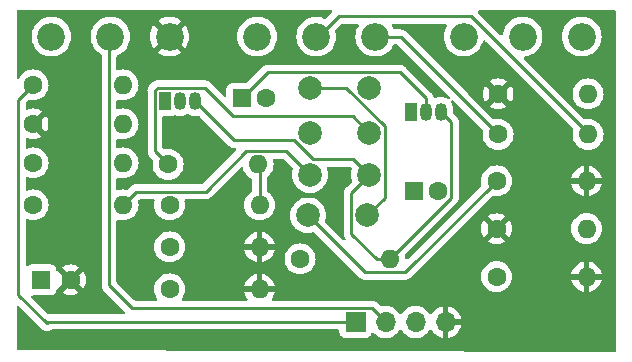
<source format=gbr>
%TF.GenerationSoftware,KiCad,Pcbnew,7.0.11+dfsg-1build4*%
%TF.CreationDate,2025-12-07T17:12:29-05:00*%
%TF.ProjectId,whitefuzz,77686974-6566-4757-9a7a-2e6b69636164,rev?*%
%TF.SameCoordinates,Original*%
%TF.FileFunction,Copper,L2,Bot*%
%TF.FilePolarity,Positive*%
%FSLAX46Y46*%
G04 Gerber Fmt 4.6, Leading zero omitted, Abs format (unit mm)*
G04 Created by KiCad (PCBNEW 7.0.11+dfsg-1build4) date 2025-12-07 17:12:29*
%MOMM*%
%LPD*%
G01*
G04 APERTURE LIST*
%TA.AperFunction,ComponentPad*%
%ADD10C,1.600000*%
%TD*%
%TA.AperFunction,ComponentPad*%
%ADD11O,1.600000X1.600000*%
%TD*%
%TA.AperFunction,ComponentPad*%
%ADD12C,2.340000*%
%TD*%
%TA.AperFunction,ComponentPad*%
%ADD13C,2.000000*%
%TD*%
%TA.AperFunction,ComponentPad*%
%ADD14R,1.700000X1.700000*%
%TD*%
%TA.AperFunction,ComponentPad*%
%ADD15O,1.700000X1.700000*%
%TD*%
%TA.AperFunction,ComponentPad*%
%ADD16R,1.600000X1.600000*%
%TD*%
%TA.AperFunction,ComponentPad*%
%ADD17R,1.050000X1.500000*%
%TD*%
%TA.AperFunction,ComponentPad*%
%ADD18O,1.050000X1.500000*%
%TD*%
%TA.AperFunction,Conductor*%
%ADD19C,0.250000*%
%TD*%
G04 APERTURE END LIST*
D10*
%TO.P,R10,1*%
%TO.N,Net-(C3-Pad2)*%
X113792000Y-124333000D03*
D11*
%TO.P,R10,2*%
%TO.N,GND*%
X121412000Y-124333000D03*
%TD*%
D10*
%TO.P,R9,1*%
%TO.N,Net-(Q2-E)*%
X113792000Y-120777000D03*
D11*
%TO.P,R9,2*%
%TO.N,GND*%
X121412000Y-120777000D03*
%TD*%
D12*
%TO.P,RV1,1,1*%
%TO.N,unconnected-(RV1-Pad1)*%
X148684000Y-102971600D03*
%TO.P,RV1,2,2*%
%TO.N,Net-(C2-Pad1)*%
X143684000Y-102971600D03*
%TO.P,RV1,3,3*%
%TO.N,IN*%
X138684000Y-102971600D03*
%TD*%
D10*
%TO.P,R13,1*%
%TO.N,Net-(R13-Pad1)*%
X141605000Y-111252000D03*
D11*
%TO.P,R13,2*%
%TO.N,Net-(C1-Pad1)*%
X149225000Y-111252000D03*
%TD*%
D13*
%TO.P,C1,1*%
%TO.N,Net-(C1-Pad1)*%
X125643000Y-107315000D03*
%TO.P,C1,2*%
%TO.N,Net-(Q3-D)*%
X130643000Y-107315000D03*
%TD*%
D10*
%TO.P,R12,1*%
%TO.N,Net-(C4-Pad1)*%
X102235000Y-117221000D03*
D11*
%TO.P,R12,2*%
%TO.N,Net-(Q3-D)*%
X109855000Y-117221000D03*
%TD*%
D14*
%TO.P,J1,1,Pin_1*%
%TO.N,9V*%
X129540000Y-127127000D03*
D15*
%TO.P,J1,2,Pin_2*%
%TO.N,OUT*%
X132080000Y-127127000D03*
%TO.P,J1,3,Pin_3*%
%TO.N,IN*%
X134620000Y-127127000D03*
%TO.P,J1,4,Pin_4*%
%TO.N,GND*%
X137160000Y-127127000D03*
%TD*%
D13*
%TO.P,C2,1*%
%TO.N,Net-(C2-Pad1)*%
X125683000Y-111125000D03*
%TO.P,C2,2*%
%TO.N,Net-(C2-Pad2)*%
X130683000Y-111125000D03*
%TD*%
%TO.P,C6,1*%
%TO.N,Net-(C6-Pad1)*%
X125516000Y-118110000D03*
%TO.P,C6,2*%
%TO.N,Net-(C1-Pad1)*%
X130516000Y-118110000D03*
%TD*%
D16*
%TO.P,C4,1*%
%TO.N,Net-(C4-Pad1)*%
X102910000Y-123571000D03*
D10*
%TO.P,C4,2*%
%TO.N,GND*%
X105410000Y-123571000D03*
%TD*%
%TO.P,R8,1*%
%TO.N,Net-(R4-Pad2)*%
X113792000Y-117221000D03*
D11*
%TO.P,R8,2*%
%TO.N,Net-(Q2-B)*%
X121412000Y-117221000D03*
%TD*%
D10*
%TO.P,R6,1*%
%TO.N,GND*%
X141605000Y-107823000D03*
D11*
%TO.P,R6,2*%
%TO.N,Net-(C2-Pad1)*%
X149225000Y-107823000D03*
%TD*%
D10*
%TO.P,R14,1*%
%TO.N,Net-(C6-Pad1)*%
X141478000Y-115189000D03*
D11*
%TO.P,R14,2*%
%TO.N,GND*%
X149098000Y-115189000D03*
%TD*%
D12*
%TO.P,RV3,1,1*%
%TO.N,Net-(R13-Pad1)*%
X131208800Y-102971600D03*
%TO.P,RV3,2,2*%
%TO.N,Net-(C1-Pad1)*%
X126208800Y-102971600D03*
%TO.P,RV3,3,3*%
%TO.N,Net-(RV2-Pad3)*%
X121208800Y-102971600D03*
%TD*%
D10*
%TO.P,R7,1*%
%TO.N,Net-(C2-Pad2)*%
X113665000Y-113792000D03*
D11*
%TO.P,R7,2*%
%TO.N,Net-(Q2-B)*%
X121285000Y-113792000D03*
%TD*%
D10*
%TO.P,R4,1*%
%TO.N,GND*%
X102235000Y-110363000D03*
D11*
%TO.P,R4,2*%
%TO.N,Net-(R4-Pad2)*%
X109855000Y-110363000D03*
%TD*%
D17*
%TO.P,Q3,1,D*%
%TO.N,Net-(Q3-D)*%
X134239000Y-109326000D03*
D18*
%TO.P,Q3,2,S*%
%TO.N,Net-(Q3-S)*%
X135509000Y-109326000D03*
%TO.P,Q3,3,G*%
%TO.N,Net-(Q2-C)*%
X136779000Y-109326000D03*
%TD*%
D16*
%TO.P,C7,1*%
%TO.N,Net-(Q3-S)*%
X119920000Y-108204000D03*
D10*
%TO.P,C7,2*%
%TO.N,Net-(C7-Pad2)*%
X121920000Y-108204000D03*
%TD*%
%TO.P,R16,1*%
%TO.N,Net-(C7-Pad2)*%
X141478000Y-123289000D03*
D11*
%TO.P,R16,2*%
%TO.N,GND*%
X149098000Y-123289000D03*
%TD*%
D10*
%TO.P,R3,1*%
%TO.N,9V*%
X102235000Y-107061000D03*
D11*
%TO.P,R3,2*%
%TO.N,Net-(C4-Pad1)*%
X109855000Y-107061000D03*
%TD*%
D10*
%TO.P,R5,1*%
%TO.N,Net-(Q3-S)*%
X102235000Y-113665000D03*
D11*
%TO.P,R5,2*%
%TO.N,Net-(R4-Pad2)*%
X109855000Y-113665000D03*
%TD*%
D10*
%TO.P,R11,1*%
%TO.N,Net-(C4-Pad1)*%
X124841000Y-121793000D03*
D11*
%TO.P,R11,2*%
%TO.N,Net-(Q2-C)*%
X132461000Y-121793000D03*
%TD*%
D13*
%TO.P,C5,1*%
%TO.N,Net-(Q3-D)*%
X125683000Y-114681000D03*
%TO.P,C5,2*%
%TO.N,Net-(Q2-C)*%
X130683000Y-114681000D03*
%TD*%
D10*
%TO.P,R15,1*%
%TO.N,GND*%
X141478000Y-119239000D03*
D11*
%TO.P,R15,2*%
%TO.N,Net-(Q3-S)*%
X149098000Y-119239000D03*
%TD*%
D16*
%TO.P,C3,1*%
%TO.N,Net-(Q2-E)*%
X134525000Y-116078000D03*
D10*
%TO.P,C3,2*%
%TO.N,Net-(C3-Pad2)*%
X136525000Y-116078000D03*
%TD*%
D17*
%TO.P,Q2,1,E*%
%TO.N,Net-(Q2-E)*%
X113411000Y-108437000D03*
D18*
%TO.P,Q2,2,B*%
%TO.N,Net-(Q2-B)*%
X114681000Y-108437000D03*
%TO.P,Q2,3,C*%
%TO.N,Net-(Q2-C)*%
X115951000Y-108437000D03*
%TD*%
D12*
%TO.P,RV2,1,1*%
%TO.N,GND*%
X113792000Y-102971600D03*
%TO.P,RV2,2,2*%
%TO.N,OUT*%
X108792000Y-102971600D03*
%TO.P,RV2,3,3*%
%TO.N,Net-(RV2-Pad3)*%
X103792000Y-102971600D03*
%TD*%
D19*
%TO.N,Net-(C1-Pad1)*%
X139395200Y-101306950D02*
X139395200Y-101295200D01*
X149225000Y-111136750D02*
X139395200Y-101306950D01*
X139344400Y-101244400D02*
X128117600Y-101244400D01*
X149225000Y-111252000D02*
X149225000Y-111136750D01*
X132008000Y-116618000D02*
X132008000Y-110553833D01*
X130516000Y-118110000D02*
X132008000Y-116618000D01*
X128769167Y-107315000D02*
X125643000Y-107315000D01*
X128117600Y-101244400D02*
X126365000Y-102997000D01*
X139395200Y-101295200D02*
X139344400Y-101244400D01*
X132008000Y-110553833D02*
X128769167Y-107315000D01*
%TO.N,Net-(Q3-D)*%
X116840000Y-116096000D02*
X120269000Y-112667000D01*
X110980000Y-116096000D02*
X116840000Y-116096000D01*
X125683000Y-114681000D02*
X123669000Y-112667000D01*
X109855000Y-117221000D02*
X110980000Y-116096000D01*
X123669000Y-112667000D02*
X120269000Y-112667000D01*
%TO.N,Net-(Q2-B)*%
X121412000Y-117221000D02*
X121412000Y-113919000D01*
X121412000Y-113919000D02*
X121285000Y-113792000D01*
%TO.N,Net-(C2-Pad2)*%
X113665000Y-113792000D02*
X112561000Y-112688000D01*
X112561000Y-107530000D02*
X112776000Y-107315000D01*
X116781000Y-107315000D02*
X119194000Y-109728000D01*
X119194000Y-109728000D02*
X129286000Y-109728000D01*
X112776000Y-107315000D02*
X116781000Y-107315000D01*
X112561000Y-112688000D02*
X112561000Y-107530000D01*
X129286000Y-109728000D02*
X130683000Y-111125000D01*
%TO.N,Net-(Q2-C)*%
X115951000Y-108437000D02*
X116843000Y-109329000D01*
X124333000Y-111760000D02*
X125929000Y-113356000D01*
X136779000Y-109326000D02*
X137650000Y-110197000D01*
X119253000Y-111760000D02*
X124333000Y-111760000D01*
X137650000Y-116604000D02*
X132461000Y-121793000D01*
X129191000Y-119654370D02*
X129191000Y-116173000D01*
X116843000Y-109329000D02*
X116843000Y-109350000D01*
X116843000Y-109350000D02*
X119253000Y-111760000D01*
X131329630Y-121793000D02*
X129191000Y-119654370D01*
X137650000Y-110197000D02*
X137650000Y-116604000D01*
X129358000Y-113356000D02*
X130683000Y-114681000D01*
X125929000Y-113356000D02*
X129358000Y-113356000D01*
X132461000Y-121793000D02*
X131329630Y-121793000D01*
X129191000Y-116173000D02*
X130683000Y-114681000D01*
%TO.N,9V*%
X103378000Y-127254000D02*
X103505000Y-127127000D01*
X100965000Y-108331000D02*
X100965000Y-124841000D01*
X103505000Y-127127000D02*
X129540000Y-127127000D01*
X102235000Y-107061000D02*
X100965000Y-108331000D01*
X100965000Y-124841000D02*
X103378000Y-127254000D01*
%TO.N,OUT*%
X130905000Y-125952000D02*
X132080000Y-127127000D01*
X110585000Y-125952000D02*
X130905000Y-125952000D01*
X108665000Y-102997000D02*
X108665000Y-124032000D01*
X108665000Y-124032000D02*
X110585000Y-125952000D01*
%TO.N,Net-(C6-Pad1)*%
X125516000Y-118110000D02*
X130324000Y-122918000D01*
X130324000Y-122918000D02*
X133749000Y-122918000D01*
X133749000Y-122918000D02*
X141478000Y-115189000D01*
%TO.N,Net-(Q3-S)*%
X119920000Y-108204000D02*
X122134000Y-105990000D01*
X135509000Y-108204000D02*
X135509000Y-109326000D01*
X133295000Y-105990000D02*
X135509000Y-108204000D01*
X122134000Y-105990000D02*
X133295000Y-105990000D01*
%TO.N,Net-(R13-Pad1)*%
X141605000Y-111252000D02*
X133350000Y-102997000D01*
X133350000Y-102997000D02*
X131365000Y-102997000D01*
%TD*%
%TA.AperFunction,Conductor*%
%TO.N,GND*%
G36*
X151530239Y-100730685D02*
G01*
X151575994Y-100783489D01*
X151587200Y-100835000D01*
X151587200Y-129542565D01*
X151567515Y-129609604D01*
X151514711Y-129655359D01*
X151462766Y-129666564D01*
X100961566Y-129489632D01*
X100894595Y-129469713D01*
X100849026Y-129416749D01*
X100838000Y-129365633D01*
X100838000Y-125909266D01*
X100857685Y-125842227D01*
X100910489Y-125796472D01*
X100979647Y-125786528D01*
X101043203Y-125815553D01*
X101049681Y-125821585D01*
X102879412Y-127651316D01*
X102894288Y-127669297D01*
X102899025Y-127676268D01*
X102899030Y-127676273D01*
X102941213Y-127713463D01*
X102946891Y-127718795D01*
X102958230Y-127730134D01*
X102970920Y-127739977D01*
X102976889Y-127744914D01*
X103019090Y-127782120D01*
X103026596Y-127785944D01*
X103046303Y-127798450D01*
X103052959Y-127803613D01*
X103077940Y-127814423D01*
X103104553Y-127825940D01*
X103111600Y-127829256D01*
X103132720Y-127840017D01*
X103161704Y-127854785D01*
X103169930Y-127856623D01*
X103192126Y-127863836D01*
X103199855Y-127867181D01*
X103199860Y-127867181D01*
X103199861Y-127867182D01*
X103255384Y-127875976D01*
X103263035Y-127877435D01*
X103317909Y-127889702D01*
X103326324Y-127889437D01*
X103349634Y-127890903D01*
X103357943Y-127892220D01*
X103413938Y-127886925D01*
X103421661Y-127886439D01*
X103477889Y-127884673D01*
X103485968Y-127882325D01*
X103508899Y-127877950D01*
X103517292Y-127877157D01*
X103570203Y-127858107D01*
X103577593Y-127855705D01*
X103631593Y-127840018D01*
X103638838Y-127835732D01*
X103659955Y-127825795D01*
X103667889Y-127822939D01*
X103714420Y-127791315D01*
X103720975Y-127787157D01*
X103736858Y-127777765D01*
X103799973Y-127760500D01*
X128057500Y-127760500D01*
X128124539Y-127780185D01*
X128170294Y-127832989D01*
X128181500Y-127884500D01*
X128181500Y-128025654D01*
X128188011Y-128086202D01*
X128188011Y-128086204D01*
X128239111Y-128223204D01*
X128326739Y-128340261D01*
X128443796Y-128427889D01*
X128580799Y-128478989D01*
X128608050Y-128481918D01*
X128641345Y-128485499D01*
X128641362Y-128485500D01*
X130438638Y-128485500D01*
X130438654Y-128485499D01*
X130465692Y-128482591D01*
X130499201Y-128478989D01*
X130636204Y-128427889D01*
X130753261Y-128340261D01*
X130840889Y-128223204D01*
X130886138Y-128101887D01*
X130928009Y-128045956D01*
X130993474Y-128021539D01*
X131061746Y-128036391D01*
X131093545Y-128061236D01*
X131156760Y-128129906D01*
X131334424Y-128268189D01*
X131334425Y-128268189D01*
X131334427Y-128268191D01*
X131394314Y-128300600D01*
X131532426Y-128375342D01*
X131745365Y-128448444D01*
X131967431Y-128485500D01*
X132192569Y-128485500D01*
X132414635Y-128448444D01*
X132627574Y-128375342D01*
X132825576Y-128268189D01*
X133003240Y-128129906D01*
X133124594Y-127998082D01*
X133155715Y-127964276D01*
X133155715Y-127964275D01*
X133155722Y-127964268D01*
X133246193Y-127825790D01*
X133299338Y-127780437D01*
X133368569Y-127771013D01*
X133431905Y-127800515D01*
X133453804Y-127825787D01*
X133544278Y-127964268D01*
X133544283Y-127964273D01*
X133544284Y-127964276D01*
X133670968Y-128101889D01*
X133696760Y-128129906D01*
X133874424Y-128268189D01*
X133874425Y-128268189D01*
X133874427Y-128268191D01*
X133934314Y-128300600D01*
X134072426Y-128375342D01*
X134285365Y-128448444D01*
X134507431Y-128485500D01*
X134732569Y-128485500D01*
X134954635Y-128448444D01*
X135167574Y-128375342D01*
X135365576Y-128268189D01*
X135543240Y-128129906D01*
X135664594Y-127998082D01*
X135695715Y-127964276D01*
X135695715Y-127964275D01*
X135695722Y-127964268D01*
X135789749Y-127820347D01*
X135842894Y-127774994D01*
X135912125Y-127765570D01*
X135975461Y-127795072D01*
X135995130Y-127817048D01*
X136121890Y-127998078D01*
X136288917Y-128165105D01*
X136482421Y-128300600D01*
X136696507Y-128400429D01*
X136696516Y-128400433D01*
X136910000Y-128457634D01*
X136910000Y-127562501D01*
X137017685Y-127611680D01*
X137124237Y-127627000D01*
X137195763Y-127627000D01*
X137302315Y-127611680D01*
X137410000Y-127562501D01*
X137410000Y-128457633D01*
X137623483Y-128400433D01*
X137623492Y-128400429D01*
X137837578Y-128300600D01*
X138031082Y-128165105D01*
X138198105Y-127998082D01*
X138333600Y-127804578D01*
X138433429Y-127590492D01*
X138433432Y-127590486D01*
X138490636Y-127377000D01*
X137593686Y-127377000D01*
X137619493Y-127336844D01*
X137660000Y-127198889D01*
X137660000Y-127055111D01*
X137619493Y-126917156D01*
X137593686Y-126877000D01*
X138490636Y-126877000D01*
X138490635Y-126876999D01*
X138433432Y-126663513D01*
X138433429Y-126663507D01*
X138333600Y-126449422D01*
X138333599Y-126449420D01*
X138198113Y-126255926D01*
X138198108Y-126255920D01*
X138031082Y-126088894D01*
X137837578Y-125953399D01*
X137623492Y-125853570D01*
X137623486Y-125853567D01*
X137410000Y-125796364D01*
X137410000Y-126691498D01*
X137302315Y-126642320D01*
X137195763Y-126627000D01*
X137124237Y-126627000D01*
X137017685Y-126642320D01*
X136910000Y-126691498D01*
X136910000Y-125796364D01*
X136909999Y-125796364D01*
X136696513Y-125853567D01*
X136696507Y-125853570D01*
X136482422Y-125953399D01*
X136482420Y-125953400D01*
X136288926Y-126088886D01*
X136288920Y-126088891D01*
X136121891Y-126255920D01*
X136121890Y-126255922D01*
X135995131Y-126436952D01*
X135940554Y-126480577D01*
X135871055Y-126487769D01*
X135808701Y-126456247D01*
X135789752Y-126433656D01*
X135695722Y-126289732D01*
X135695715Y-126289725D01*
X135695715Y-126289723D01*
X135543243Y-126124097D01*
X135543238Y-126124092D01*
X135365577Y-125985812D01*
X135365572Y-125985808D01*
X135167580Y-125878661D01*
X135167577Y-125878659D01*
X135167574Y-125878658D01*
X135167571Y-125878657D01*
X135167569Y-125878656D01*
X134954637Y-125805556D01*
X134732569Y-125768500D01*
X134507431Y-125768500D01*
X134285362Y-125805556D01*
X134072430Y-125878656D01*
X134072419Y-125878661D01*
X133874427Y-125985808D01*
X133874422Y-125985812D01*
X133696761Y-126124092D01*
X133696756Y-126124097D01*
X133544284Y-126289723D01*
X133544276Y-126289734D01*
X133453808Y-126428206D01*
X133400662Y-126473562D01*
X133331431Y-126482986D01*
X133268095Y-126453484D01*
X133246192Y-126428206D01*
X133155723Y-126289734D01*
X133155715Y-126289723D01*
X133003243Y-126124097D01*
X133003238Y-126124092D01*
X132825577Y-125985812D01*
X132825572Y-125985808D01*
X132627580Y-125878661D01*
X132627577Y-125878659D01*
X132627574Y-125878658D01*
X132627571Y-125878657D01*
X132627569Y-125878656D01*
X132414637Y-125805556D01*
X132192569Y-125768500D01*
X131967431Y-125768500D01*
X131745359Y-125805556D01*
X131741120Y-125806630D01*
X131671299Y-125803999D01*
X131623008Y-125774103D01*
X131412088Y-125563183D01*
X131402187Y-125550823D01*
X131401977Y-125550998D01*
X131397002Y-125544986D01*
X131397000Y-125544982D01*
X131347331Y-125498340D01*
X131344534Y-125495629D01*
X131324766Y-125475861D01*
X131321504Y-125473331D01*
X131312619Y-125465743D01*
X131280321Y-125435414D01*
X131280319Y-125435412D01*
X131262431Y-125425578D01*
X131246170Y-125414897D01*
X131230039Y-125402384D01*
X131189375Y-125384788D01*
X131178885Y-125379649D01*
X131140060Y-125358305D01*
X131140056Y-125358304D01*
X131120287Y-125353228D01*
X131101881Y-125346926D01*
X131083144Y-125338818D01*
X131083145Y-125338818D01*
X131039383Y-125331887D01*
X131027947Y-125329519D01*
X131013193Y-125325731D01*
X130985032Y-125318500D01*
X130985030Y-125318500D01*
X130964616Y-125318500D01*
X130945217Y-125316973D01*
X130925058Y-125313780D01*
X130925057Y-125313780D01*
X130880943Y-125317950D01*
X130869274Y-125318500D01*
X122547154Y-125318500D01*
X122480115Y-125298815D01*
X122434360Y-125246011D01*
X122424416Y-125176853D01*
X122445579Y-125123376D01*
X122542134Y-124985482D01*
X122638265Y-124779326D01*
X122638269Y-124779317D01*
X122690872Y-124583000D01*
X121727686Y-124583000D01*
X121739641Y-124571045D01*
X121797165Y-124458148D01*
X121816986Y-124333000D01*
X121797165Y-124207852D01*
X121739641Y-124094955D01*
X121727686Y-124083000D01*
X122690872Y-124083000D01*
X122690872Y-124082999D01*
X122638269Y-123886682D01*
X122638265Y-123886673D01*
X122542134Y-123680517D01*
X122411657Y-123494179D01*
X122250820Y-123333342D01*
X122064482Y-123202865D01*
X121858328Y-123106734D01*
X121662000Y-123054127D01*
X121662000Y-124017314D01*
X121650045Y-124005359D01*
X121537148Y-123947835D01*
X121443481Y-123933000D01*
X121380519Y-123933000D01*
X121286852Y-123947835D01*
X121173955Y-124005359D01*
X121162000Y-124017314D01*
X121162000Y-123054127D01*
X120965671Y-123106734D01*
X120759517Y-123202865D01*
X120573179Y-123333342D01*
X120412342Y-123494179D01*
X120281865Y-123680517D01*
X120185734Y-123886673D01*
X120185730Y-123886682D01*
X120133127Y-124082999D01*
X120133128Y-124083000D01*
X121096314Y-124083000D01*
X121084359Y-124094955D01*
X121026835Y-124207852D01*
X121007014Y-124333000D01*
X121026835Y-124458148D01*
X121084359Y-124571045D01*
X121096314Y-124583000D01*
X120133128Y-124583000D01*
X120185730Y-124779317D01*
X120185734Y-124779326D01*
X120281865Y-124985482D01*
X120378421Y-125123376D01*
X120400748Y-125189582D01*
X120383738Y-125257350D01*
X120332790Y-125305163D01*
X120276846Y-125318500D01*
X114937530Y-125318500D01*
X114870491Y-125298815D01*
X114824736Y-125246011D01*
X114814792Y-125176853D01*
X114835953Y-125123379D01*
X114929523Y-124989749D01*
X115026284Y-124782243D01*
X115085543Y-124561087D01*
X115105498Y-124333000D01*
X115101618Y-124288657D01*
X115093057Y-124190797D01*
X115085543Y-124104913D01*
X115026284Y-123883757D01*
X114929523Y-123676251D01*
X114798198Y-123488700D01*
X114636300Y-123326802D01*
X114448749Y-123195477D01*
X114380929Y-123163852D01*
X114241249Y-123098718D01*
X114241238Y-123098714D01*
X114020089Y-123039457D01*
X114020081Y-123039456D01*
X113792002Y-123019502D01*
X113791998Y-123019502D01*
X113563918Y-123039456D01*
X113563910Y-123039457D01*
X113342761Y-123098714D01*
X113342750Y-123098718D01*
X113135254Y-123195475D01*
X113135252Y-123195476D01*
X113066869Y-123243359D01*
X112947700Y-123326802D01*
X112947698Y-123326803D01*
X112947695Y-123326806D01*
X112785806Y-123488695D01*
X112785803Y-123488698D01*
X112785802Y-123488700D01*
X112703767Y-123605856D01*
X112654476Y-123676252D01*
X112654475Y-123676254D01*
X112557718Y-123883750D01*
X112557714Y-123883761D01*
X112498457Y-124104910D01*
X112498456Y-124104918D01*
X112478502Y-124332998D01*
X112478502Y-124333001D01*
X112498456Y-124561081D01*
X112498457Y-124561089D01*
X112557714Y-124782238D01*
X112557718Y-124782249D01*
X112614600Y-124904233D01*
X112654477Y-124989749D01*
X112748046Y-125123379D01*
X112770372Y-125189582D01*
X112753362Y-125257349D01*
X112702414Y-125305163D01*
X112646470Y-125318500D01*
X110898766Y-125318500D01*
X110831727Y-125298815D01*
X110811085Y-125282181D01*
X109334819Y-123805914D01*
X109301334Y-123744591D01*
X109298500Y-123718233D01*
X109298500Y-120777001D01*
X112478502Y-120777001D01*
X112498456Y-121005081D01*
X112498457Y-121005089D01*
X112557714Y-121226238D01*
X112557718Y-121226249D01*
X112612510Y-121343750D01*
X112654477Y-121433749D01*
X112785802Y-121621300D01*
X112947700Y-121783198D01*
X113135251Y-121914523D01*
X113260091Y-121972736D01*
X113342750Y-122011281D01*
X113342752Y-122011281D01*
X113342757Y-122011284D01*
X113563913Y-122070543D01*
X113726832Y-122084796D01*
X113791998Y-122090498D01*
X113792000Y-122090498D01*
X113792002Y-122090498D01*
X113849021Y-122085509D01*
X114020087Y-122070543D01*
X114241243Y-122011284D01*
X114448749Y-121914523D01*
X114636300Y-121783198D01*
X114798198Y-121621300D01*
X114929523Y-121433749D01*
X115026284Y-121226243D01*
X115085543Y-121005087D01*
X115105498Y-120777000D01*
X115085543Y-120548913D01*
X115079671Y-120526999D01*
X120133127Y-120526999D01*
X120133128Y-120527000D01*
X121096314Y-120527000D01*
X121084359Y-120538955D01*
X121026835Y-120651852D01*
X121007014Y-120777000D01*
X121026835Y-120902148D01*
X121084359Y-121015045D01*
X121096314Y-121027000D01*
X120133128Y-121027000D01*
X120185730Y-121223317D01*
X120185734Y-121223326D01*
X120281865Y-121429482D01*
X120412342Y-121615820D01*
X120573179Y-121776657D01*
X120759517Y-121907134D01*
X120965673Y-122003265D01*
X120965682Y-122003269D01*
X121161999Y-122055872D01*
X121162000Y-122055871D01*
X121162000Y-121092686D01*
X121173955Y-121104641D01*
X121286852Y-121162165D01*
X121380519Y-121177000D01*
X121443481Y-121177000D01*
X121537148Y-121162165D01*
X121650045Y-121104641D01*
X121662000Y-121092686D01*
X121662000Y-122055872D01*
X121858317Y-122003269D01*
X121858326Y-122003265D01*
X122064482Y-121907134D01*
X122227479Y-121793001D01*
X123527502Y-121793001D01*
X123547456Y-122021081D01*
X123547457Y-122021089D01*
X123606714Y-122242238D01*
X123606718Y-122242249D01*
X123703475Y-122449745D01*
X123703477Y-122449749D01*
X123834802Y-122637300D01*
X123996700Y-122799198D01*
X124184251Y-122930523D01*
X124309091Y-122988736D01*
X124391750Y-123027281D01*
X124391752Y-123027281D01*
X124391757Y-123027284D01*
X124612913Y-123086543D01*
X124775832Y-123100796D01*
X124840998Y-123106498D01*
X124841000Y-123106498D01*
X124841002Y-123106498D01*
X124898021Y-123101509D01*
X125069087Y-123086543D01*
X125290243Y-123027284D01*
X125497749Y-122930523D01*
X125685300Y-122799198D01*
X125847198Y-122637300D01*
X125978523Y-122449749D01*
X126075284Y-122242243D01*
X126134543Y-122021087D01*
X126154498Y-121793000D01*
X126153640Y-121783198D01*
X126147701Y-121715309D01*
X126134543Y-121564913D01*
X126075284Y-121343757D01*
X125978523Y-121136251D01*
X125847198Y-120948700D01*
X125685300Y-120786802D01*
X125497749Y-120655477D01*
X125489975Y-120651852D01*
X125290249Y-120558718D01*
X125290238Y-120558714D01*
X125069089Y-120499457D01*
X125069081Y-120499456D01*
X124841002Y-120479502D01*
X124840998Y-120479502D01*
X124612918Y-120499456D01*
X124612910Y-120499457D01*
X124391761Y-120558714D01*
X124391750Y-120558718D01*
X124184254Y-120655475D01*
X124184252Y-120655476D01*
X124184251Y-120655477D01*
X123996700Y-120786802D01*
X123996698Y-120786803D01*
X123996695Y-120786806D01*
X123834806Y-120948695D01*
X123834803Y-120948698D01*
X123834802Y-120948700D01*
X123795318Y-121005089D01*
X123703476Y-121136252D01*
X123703475Y-121136254D01*
X123606718Y-121343750D01*
X123606714Y-121343761D01*
X123547457Y-121564910D01*
X123547456Y-121564918D01*
X123527502Y-121792998D01*
X123527502Y-121793001D01*
X122227479Y-121793001D01*
X122250820Y-121776657D01*
X122411657Y-121615820D01*
X122542134Y-121429482D01*
X122638265Y-121223326D01*
X122638269Y-121223317D01*
X122690872Y-121027000D01*
X121727686Y-121027000D01*
X121739641Y-121015045D01*
X121797165Y-120902148D01*
X121816986Y-120777000D01*
X121797165Y-120651852D01*
X121739641Y-120538955D01*
X121727686Y-120527000D01*
X122690872Y-120527000D01*
X122690872Y-120526999D01*
X122638269Y-120330682D01*
X122638265Y-120330673D01*
X122542134Y-120124517D01*
X122411657Y-119938179D01*
X122250820Y-119777342D01*
X122064482Y-119646865D01*
X121858328Y-119550734D01*
X121662000Y-119498127D01*
X121662000Y-120461314D01*
X121650045Y-120449359D01*
X121537148Y-120391835D01*
X121443481Y-120377000D01*
X121380519Y-120377000D01*
X121286852Y-120391835D01*
X121173955Y-120449359D01*
X121162000Y-120461314D01*
X121162000Y-119498127D01*
X120965671Y-119550734D01*
X120759517Y-119646865D01*
X120573179Y-119777342D01*
X120412342Y-119938179D01*
X120281865Y-120124517D01*
X120185734Y-120330673D01*
X120185730Y-120330682D01*
X120133127Y-120526999D01*
X115079671Y-120526999D01*
X115026284Y-120327757D01*
X115021745Y-120318024D01*
X114987736Y-120245091D01*
X114929523Y-120120251D01*
X114798198Y-119932700D01*
X114636300Y-119770802D01*
X114448749Y-119639477D01*
X114438215Y-119634565D01*
X114241249Y-119542718D01*
X114241238Y-119542714D01*
X114020089Y-119483457D01*
X114020081Y-119483456D01*
X113792002Y-119463502D01*
X113791998Y-119463502D01*
X113563918Y-119483456D01*
X113563910Y-119483457D01*
X113342761Y-119542714D01*
X113342750Y-119542718D01*
X113135254Y-119639475D01*
X113135252Y-119639476D01*
X113069785Y-119685317D01*
X112947700Y-119770802D01*
X112947698Y-119770803D01*
X112947695Y-119770806D01*
X112785806Y-119932695D01*
X112785803Y-119932698D01*
X112785802Y-119932700D01*
X112706656Y-120045732D01*
X112654476Y-120120252D01*
X112654475Y-120120254D01*
X112557718Y-120327750D01*
X112557714Y-120327761D01*
X112498457Y-120548910D01*
X112498456Y-120548918D01*
X112478502Y-120776998D01*
X112478502Y-120777001D01*
X109298500Y-120777001D01*
X109298500Y-118588144D01*
X109318185Y-118521105D01*
X109370989Y-118475350D01*
X109440147Y-118465406D01*
X109454579Y-118468365D01*
X109626913Y-118514543D01*
X109789832Y-118528796D01*
X109854998Y-118534498D01*
X109855000Y-118534498D01*
X109855002Y-118534498D01*
X109912021Y-118529509D01*
X110083087Y-118514543D01*
X110304243Y-118455284D01*
X110511749Y-118358523D01*
X110699300Y-118227198D01*
X110861198Y-118065300D01*
X110992523Y-117877749D01*
X111089284Y-117670243D01*
X111148543Y-117449087D01*
X111166725Y-117241261D01*
X111168498Y-117221001D01*
X111168498Y-117220998D01*
X111154316Y-117058904D01*
X111148543Y-116992913D01*
X111131241Y-116928341D01*
X111132904Y-116858493D01*
X111163337Y-116808566D01*
X111206088Y-116765817D01*
X111267412Y-116732333D01*
X111293767Y-116729500D01*
X112407439Y-116729500D01*
X112474478Y-116749185D01*
X112520233Y-116801989D01*
X112530177Y-116871147D01*
X112527216Y-116885582D01*
X112516211Y-116926654D01*
X112498457Y-116992911D01*
X112498456Y-116992918D01*
X112478502Y-117220998D01*
X112478502Y-117221001D01*
X112498456Y-117449081D01*
X112498457Y-117449089D01*
X112557714Y-117670238D01*
X112557718Y-117670249D01*
X112652395Y-117873285D01*
X112654477Y-117877749D01*
X112785802Y-118065300D01*
X112947700Y-118227198D01*
X113135251Y-118358523D01*
X113235499Y-118405269D01*
X113342750Y-118455281D01*
X113342752Y-118455281D01*
X113342757Y-118455284D01*
X113563913Y-118514543D01*
X113726832Y-118528796D01*
X113791998Y-118534498D01*
X113792000Y-118534498D01*
X113792002Y-118534498D01*
X113849021Y-118529509D01*
X114020087Y-118514543D01*
X114241243Y-118455284D01*
X114448749Y-118358523D01*
X114636300Y-118227198D01*
X114798198Y-118065300D01*
X114929523Y-117877749D01*
X115026284Y-117670243D01*
X115085543Y-117449087D01*
X115103725Y-117241261D01*
X115105498Y-117221001D01*
X115105498Y-117220998D01*
X115091316Y-117058904D01*
X115085543Y-116992913D01*
X115056786Y-116885591D01*
X115058449Y-116815744D01*
X115097611Y-116757882D01*
X115161839Y-116730377D01*
X115176561Y-116729500D01*
X116756366Y-116729500D01*
X116772113Y-116731238D01*
X116772139Y-116730968D01*
X116779905Y-116731701D01*
X116779909Y-116731702D01*
X116848017Y-116729560D01*
X116851913Y-116729500D01*
X116879858Y-116729500D01*
X116879860Y-116729499D01*
X116881262Y-116729322D01*
X116883949Y-116728983D01*
X116895608Y-116728064D01*
X116939889Y-116726673D01*
X116959481Y-116720980D01*
X116978538Y-116717032D01*
X116998797Y-116714474D01*
X117040006Y-116698157D01*
X117051043Y-116694379D01*
X117093593Y-116682018D01*
X117111165Y-116671625D01*
X117128632Y-116663068D01*
X117147617Y-116655552D01*
X117183461Y-116629508D01*
X117193230Y-116623092D01*
X117206127Y-116615465D01*
X117231362Y-116600542D01*
X117245802Y-116586100D01*
X117260592Y-116573470D01*
X117277107Y-116561472D01*
X117305359Y-116527319D01*
X117313203Y-116518699D01*
X119801628Y-114030274D01*
X119862949Y-113996791D01*
X119932641Y-114001775D01*
X119988574Y-114043647D01*
X120009082Y-114085863D01*
X120050714Y-114241238D01*
X120050718Y-114241249D01*
X120088254Y-114321745D01*
X120147477Y-114448749D01*
X120278802Y-114636300D01*
X120440700Y-114798198D01*
X120628251Y-114929523D01*
X120706906Y-114966199D01*
X120759344Y-115012371D01*
X120778500Y-115078581D01*
X120778500Y-116002647D01*
X120758815Y-116069686D01*
X120725624Y-116104221D01*
X120567699Y-116214802D01*
X120405806Y-116376695D01*
X120405803Y-116376698D01*
X120405802Y-116376700D01*
X120331691Y-116482541D01*
X120274476Y-116564252D01*
X120274475Y-116564254D01*
X120177718Y-116771750D01*
X120177714Y-116771761D01*
X120118457Y-116992910D01*
X120118456Y-116992918D01*
X120098502Y-117220998D01*
X120098502Y-117221001D01*
X120118456Y-117449081D01*
X120118457Y-117449089D01*
X120177714Y-117670238D01*
X120177718Y-117670249D01*
X120272395Y-117873285D01*
X120274477Y-117877749D01*
X120405802Y-118065300D01*
X120567700Y-118227198D01*
X120755251Y-118358523D01*
X120855499Y-118405269D01*
X120962750Y-118455281D01*
X120962752Y-118455281D01*
X120962757Y-118455284D01*
X121183913Y-118514543D01*
X121346832Y-118528796D01*
X121411998Y-118534498D01*
X121412000Y-118534498D01*
X121412002Y-118534498D01*
X121469021Y-118529509D01*
X121640087Y-118514543D01*
X121861243Y-118455284D01*
X122068749Y-118358523D01*
X122256300Y-118227198D01*
X122418198Y-118065300D01*
X122549523Y-117877749D01*
X122646284Y-117670243D01*
X122705543Y-117449087D01*
X122723725Y-117241261D01*
X122725498Y-117221001D01*
X122725498Y-117220998D01*
X122711316Y-117058904D01*
X122705543Y-116992913D01*
X122646284Y-116771757D01*
X122641622Y-116761760D01*
X122583179Y-116636428D01*
X122549523Y-116564251D01*
X122418198Y-116376700D01*
X122256300Y-116214802D01*
X122228296Y-116195193D01*
X122098376Y-116104221D01*
X122054751Y-116049644D01*
X122045500Y-116002647D01*
X122045500Y-114921425D01*
X122065185Y-114854386D01*
X122098376Y-114819851D01*
X122129300Y-114798198D01*
X122291198Y-114636300D01*
X122422523Y-114448749D01*
X122519284Y-114241243D01*
X122578543Y-114020087D01*
X122598498Y-113792000D01*
X122578543Y-113563913D01*
X122549786Y-113456591D01*
X122551449Y-113386744D01*
X122590611Y-113328882D01*
X122654839Y-113301377D01*
X122669561Y-113300500D01*
X123355234Y-113300500D01*
X123422273Y-113320185D01*
X123442914Y-113336818D01*
X124209429Y-114103334D01*
X124242913Y-114164655D01*
X124242321Y-114219960D01*
X124188465Y-114444285D01*
X124169835Y-114681000D01*
X124188465Y-114917714D01*
X124243895Y-115148595D01*
X124243895Y-115148597D01*
X124334757Y-115367959D01*
X124334759Y-115367962D01*
X124458820Y-115570410D01*
X124458821Y-115570413D01*
X124495020Y-115612796D01*
X124613031Y-115750969D01*
X124724002Y-115845747D01*
X124793586Y-115905178D01*
X124793588Y-115905178D01*
X124926648Y-115986718D01*
X124996037Y-116029240D01*
X124996040Y-116029242D01*
X125215403Y-116120104D01*
X125215404Y-116120104D01*
X125215406Y-116120105D01*
X125446289Y-116175535D01*
X125683000Y-116194165D01*
X125919711Y-116175535D01*
X126150594Y-116120105D01*
X126150596Y-116120104D01*
X126150597Y-116120104D01*
X126369959Y-116029242D01*
X126369960Y-116029241D01*
X126369963Y-116029240D01*
X126572416Y-115905176D01*
X126752969Y-115750969D01*
X126907176Y-115570416D01*
X127031240Y-115367963D01*
X127105369Y-115189000D01*
X127122104Y-115148597D01*
X127122104Y-115148596D01*
X127122105Y-115148594D01*
X127177535Y-114917711D01*
X127196165Y-114681000D01*
X127177535Y-114444289D01*
X127122105Y-114213406D01*
X127100377Y-114160951D01*
X127092909Y-114091484D01*
X127124183Y-114029005D01*
X127184272Y-113993352D01*
X127214939Y-113989500D01*
X129044234Y-113989500D01*
X129111273Y-114009185D01*
X129131915Y-114025819D01*
X129209428Y-114103332D01*
X129242913Y-114164655D01*
X129242321Y-114219960D01*
X129188465Y-114444285D01*
X129169835Y-114681000D01*
X129188465Y-114917714D01*
X129242320Y-115142038D01*
X129238829Y-115211821D01*
X129209427Y-115258666D01*
X128802179Y-115665914D01*
X128789820Y-115675818D01*
X128789993Y-115676027D01*
X128783982Y-115681000D01*
X128737337Y-115730670D01*
X128734632Y-115733461D01*
X128714873Y-115753221D01*
X128714858Y-115753238D01*
X128712317Y-115756513D01*
X128704753Y-115765367D01*
X128674420Y-115797671D01*
X128674412Y-115797681D01*
X128664579Y-115815567D01*
X128653903Y-115831820D01*
X128641386Y-115847957D01*
X128641385Y-115847960D01*
X128623785Y-115888629D01*
X128618648Y-115899115D01*
X128597303Y-115937941D01*
X128597303Y-115937942D01*
X128592225Y-115957720D01*
X128585925Y-115976122D01*
X128577818Y-115994857D01*
X128570888Y-116038609D01*
X128568520Y-116050045D01*
X128557500Y-116092965D01*
X128557500Y-116113384D01*
X128555972Y-116132783D01*
X128552780Y-116152943D01*
X128554916Y-116175535D01*
X128556950Y-116197057D01*
X128557500Y-116208726D01*
X128557500Y-119570736D01*
X128555761Y-119586483D01*
X128556032Y-119586509D01*
X128555298Y-119594275D01*
X128555298Y-119594278D01*
X128555298Y-119594279D01*
X128556564Y-119634565D01*
X128557439Y-119662386D01*
X128557500Y-119666282D01*
X128557500Y-119694229D01*
X128558018Y-119698328D01*
X128558934Y-119709968D01*
X128560326Y-119754259D01*
X128560327Y-119754261D01*
X128566022Y-119773865D01*
X128569967Y-119792912D01*
X128572526Y-119813167D01*
X128572527Y-119813170D01*
X128572528Y-119813174D01*
X128588838Y-119854370D01*
X128592621Y-119865419D01*
X128604981Y-119907962D01*
X128615372Y-119925532D01*
X128623932Y-119943005D01*
X128631447Y-119961987D01*
X128657491Y-119997833D01*
X128663901Y-120007590D01*
X128677204Y-120030085D01*
X128694387Y-120097807D01*
X128672228Y-120164070D01*
X128617762Y-120207833D01*
X128548282Y-120215203D01*
X128485847Y-120183840D01*
X128482791Y-120180886D01*
X126989571Y-118687666D01*
X126956086Y-118626343D01*
X126956677Y-118571042D01*
X127010535Y-118346711D01*
X127029165Y-118110000D01*
X127010535Y-117873289D01*
X126955105Y-117642406D01*
X126955104Y-117642403D01*
X126955104Y-117642402D01*
X126864242Y-117423040D01*
X126864240Y-117423037D01*
X126750763Y-117237860D01*
X126740178Y-117220588D01*
X126740178Y-117220586D01*
X126705340Y-117179797D01*
X126585969Y-117040031D01*
X126408416Y-116888386D01*
X126405413Y-116885821D01*
X126405410Y-116885820D01*
X126202962Y-116761759D01*
X126202959Y-116761757D01*
X125983596Y-116670895D01*
X125752714Y-116615465D01*
X125516000Y-116596835D01*
X125279285Y-116615465D01*
X125048404Y-116670895D01*
X125048402Y-116670895D01*
X124829040Y-116761757D01*
X124829037Y-116761759D01*
X124626589Y-116885820D01*
X124626586Y-116885821D01*
X124446031Y-117040031D01*
X124291821Y-117220586D01*
X124291820Y-117220589D01*
X124167759Y-117423037D01*
X124167757Y-117423040D01*
X124076895Y-117642402D01*
X124076895Y-117642404D01*
X124021465Y-117873285D01*
X124002835Y-118110000D01*
X124021465Y-118346714D01*
X124076895Y-118577595D01*
X124076895Y-118577597D01*
X124167757Y-118796959D01*
X124167759Y-118796962D01*
X124291820Y-118999410D01*
X124291821Y-118999413D01*
X124302904Y-119012389D01*
X124446031Y-119179969D01*
X124515149Y-119239001D01*
X124626586Y-119334178D01*
X124626589Y-119334179D01*
X124829037Y-119458240D01*
X124829040Y-119458242D01*
X125048403Y-119549104D01*
X125048404Y-119549104D01*
X125048406Y-119549105D01*
X125279289Y-119604535D01*
X125516000Y-119623165D01*
X125752711Y-119604535D01*
X125977041Y-119550678D01*
X126046821Y-119554169D01*
X126093666Y-119583570D01*
X128010436Y-121500341D01*
X129816912Y-123306817D01*
X129826816Y-123319178D01*
X129827026Y-123319005D01*
X129831997Y-123325013D01*
X129832000Y-123325018D01*
X129881685Y-123371675D01*
X129884449Y-123374354D01*
X129904223Y-123394129D01*
X129904227Y-123394132D01*
X129904230Y-123394135D01*
X129907512Y-123396681D01*
X129916372Y-123404249D01*
X129948679Y-123434586D01*
X129948681Y-123434587D01*
X129966562Y-123444417D01*
X129982829Y-123455102D01*
X129998960Y-123467615D01*
X130019157Y-123476354D01*
X130039625Y-123485210D01*
X130050104Y-123490344D01*
X130088940Y-123511695D01*
X130108716Y-123516772D01*
X130127123Y-123523074D01*
X130145855Y-123531181D01*
X130189630Y-123538113D01*
X130201045Y-123540478D01*
X130243970Y-123551500D01*
X130264384Y-123551500D01*
X130283783Y-123553027D01*
X130303943Y-123556220D01*
X130348057Y-123552050D01*
X130359726Y-123551500D01*
X133665366Y-123551500D01*
X133681113Y-123553238D01*
X133681139Y-123552968D01*
X133688905Y-123553701D01*
X133688909Y-123553702D01*
X133757017Y-123551560D01*
X133760913Y-123551500D01*
X133788858Y-123551500D01*
X133788860Y-123551499D01*
X133790262Y-123551322D01*
X133792949Y-123550983D01*
X133804608Y-123550064D01*
X133848889Y-123548673D01*
X133868481Y-123542980D01*
X133887538Y-123539032D01*
X133907797Y-123536474D01*
X133949006Y-123520157D01*
X133960043Y-123516379D01*
X134002593Y-123504018D01*
X134020165Y-123493625D01*
X134037632Y-123485068D01*
X134056617Y-123477552D01*
X134092461Y-123451508D01*
X134102230Y-123445092D01*
X134140362Y-123422542D01*
X134154802Y-123408100D01*
X134169592Y-123395470D01*
X134186107Y-123383472D01*
X134214359Y-123349319D01*
X134222203Y-123340699D01*
X134273901Y-123289001D01*
X140164502Y-123289001D01*
X140184456Y-123517081D01*
X140184457Y-123517089D01*
X140243714Y-123738238D01*
X140243718Y-123738249D01*
X140318510Y-123898641D01*
X140340477Y-123945749D01*
X140471802Y-124133300D01*
X140633700Y-124295198D01*
X140821251Y-124426523D01*
X140912578Y-124469109D01*
X141028750Y-124523281D01*
X141028752Y-124523281D01*
X141028757Y-124523284D01*
X141249913Y-124582543D01*
X141412832Y-124596796D01*
X141477998Y-124602498D01*
X141478000Y-124602498D01*
X141478002Y-124602498D01*
X141535021Y-124597509D01*
X141706087Y-124582543D01*
X141927243Y-124523284D01*
X142134749Y-124426523D01*
X142322300Y-124295198D01*
X142484198Y-124133300D01*
X142615523Y-123945749D01*
X142712284Y-123738243D01*
X142771543Y-123517087D01*
X142791498Y-123289000D01*
X142771543Y-123060913D01*
X142765671Y-123038999D01*
X147819127Y-123038999D01*
X147819128Y-123039000D01*
X148782314Y-123039000D01*
X148770359Y-123050955D01*
X148712835Y-123163852D01*
X148693014Y-123289000D01*
X148712835Y-123414148D01*
X148770359Y-123527045D01*
X148782314Y-123539000D01*
X147819128Y-123539000D01*
X147871730Y-123735317D01*
X147871734Y-123735326D01*
X147967865Y-123941482D01*
X148098342Y-124127820D01*
X148259179Y-124288657D01*
X148445517Y-124419134D01*
X148651673Y-124515265D01*
X148651682Y-124515269D01*
X148847999Y-124567872D01*
X148848000Y-124567871D01*
X148848000Y-123604686D01*
X148859955Y-123616641D01*
X148972852Y-123674165D01*
X149066519Y-123689000D01*
X149129481Y-123689000D01*
X149223148Y-123674165D01*
X149336045Y-123616641D01*
X149348000Y-123604686D01*
X149348000Y-124567872D01*
X149544317Y-124515269D01*
X149544326Y-124515265D01*
X149750482Y-124419134D01*
X149936820Y-124288657D01*
X150097657Y-124127820D01*
X150228134Y-123941482D01*
X150324265Y-123735326D01*
X150324269Y-123735317D01*
X150376872Y-123539000D01*
X149413686Y-123539000D01*
X149425641Y-123527045D01*
X149483165Y-123414148D01*
X149502986Y-123289000D01*
X149483165Y-123163852D01*
X149425641Y-123050955D01*
X149413686Y-123039000D01*
X150376872Y-123039000D01*
X150376872Y-123038999D01*
X150324269Y-122842682D01*
X150324265Y-122842673D01*
X150228134Y-122636517D01*
X150097657Y-122450179D01*
X149936820Y-122289342D01*
X149750482Y-122158865D01*
X149544328Y-122062734D01*
X149348000Y-122010127D01*
X149348000Y-122973314D01*
X149336045Y-122961359D01*
X149223148Y-122903835D01*
X149129481Y-122889000D01*
X149066519Y-122889000D01*
X148972852Y-122903835D01*
X148859955Y-122961359D01*
X148848000Y-122973314D01*
X148848000Y-122010127D01*
X148651671Y-122062734D01*
X148445517Y-122158865D01*
X148259179Y-122289342D01*
X148098342Y-122450179D01*
X147967865Y-122636517D01*
X147871734Y-122842673D01*
X147871730Y-122842682D01*
X147819127Y-123038999D01*
X142765671Y-123038999D01*
X142712284Y-122839757D01*
X142711214Y-122837463D01*
X142659082Y-122725665D01*
X142615523Y-122632251D01*
X142484198Y-122444700D01*
X142322300Y-122282802D01*
X142134749Y-122151477D01*
X142134745Y-122151475D01*
X141927249Y-122054718D01*
X141927238Y-122054714D01*
X141706089Y-121995457D01*
X141706081Y-121995456D01*
X141478002Y-121975502D01*
X141477998Y-121975502D01*
X141249918Y-121995456D01*
X141249910Y-121995457D01*
X141028761Y-122054714D01*
X141028750Y-122054718D01*
X140821254Y-122151475D01*
X140821252Y-122151476D01*
X140751927Y-122200018D01*
X140633700Y-122282802D01*
X140633698Y-122282803D01*
X140633695Y-122282806D01*
X140471806Y-122444695D01*
X140471803Y-122444698D01*
X140471802Y-122444700D01*
X140415719Y-122524795D01*
X140340476Y-122632252D01*
X140340475Y-122632254D01*
X140243718Y-122839750D01*
X140243714Y-122839761D01*
X140184457Y-123060910D01*
X140184456Y-123060918D01*
X140164502Y-123288998D01*
X140164502Y-123289001D01*
X134273901Y-123289001D01*
X138323900Y-119239002D01*
X140173034Y-119239002D01*
X140192858Y-119465599D01*
X140192860Y-119465610D01*
X140251730Y-119685317D01*
X140251735Y-119685331D01*
X140347863Y-119891478D01*
X140398974Y-119964472D01*
X141080046Y-119283400D01*
X141092835Y-119364148D01*
X141150359Y-119477045D01*
X141239955Y-119566641D01*
X141352852Y-119624165D01*
X141433599Y-119636953D01*
X140752526Y-120318025D01*
X140825513Y-120369132D01*
X140825521Y-120369136D01*
X141031668Y-120465264D01*
X141031682Y-120465269D01*
X141251389Y-120524139D01*
X141251400Y-120524141D01*
X141477998Y-120543966D01*
X141478002Y-120543966D01*
X141704599Y-120524141D01*
X141704610Y-120524139D01*
X141924317Y-120465269D01*
X141924331Y-120465264D01*
X142130478Y-120369136D01*
X142203471Y-120318024D01*
X141522400Y-119636953D01*
X141603148Y-119624165D01*
X141716045Y-119566641D01*
X141805641Y-119477045D01*
X141863165Y-119364148D01*
X141875953Y-119283400D01*
X142557024Y-119964471D01*
X142608136Y-119891478D01*
X142704264Y-119685331D01*
X142704269Y-119685317D01*
X142763139Y-119465610D01*
X142763141Y-119465599D01*
X142782966Y-119239002D01*
X142782966Y-119239001D01*
X147784502Y-119239001D01*
X147804456Y-119467081D01*
X147804457Y-119467089D01*
X147863714Y-119688238D01*
X147863718Y-119688249D01*
X147925860Y-119821513D01*
X147960477Y-119895749D01*
X148091802Y-120083300D01*
X148253700Y-120245198D01*
X148441251Y-120376523D01*
X148566091Y-120434736D01*
X148648750Y-120473281D01*
X148648752Y-120473281D01*
X148648757Y-120473284D01*
X148869913Y-120532543D01*
X149032832Y-120546796D01*
X149097998Y-120552498D01*
X149098000Y-120552498D01*
X149098002Y-120552498D01*
X149155021Y-120547509D01*
X149326087Y-120532543D01*
X149547243Y-120473284D01*
X149754749Y-120376523D01*
X149942300Y-120245198D01*
X150104198Y-120083300D01*
X150235523Y-119895749D01*
X150332284Y-119688243D01*
X150391543Y-119467087D01*
X150411498Y-119239000D01*
X150391543Y-119010913D01*
X150332284Y-118789757D01*
X150235523Y-118582251D01*
X150104198Y-118394700D01*
X149942300Y-118232802D01*
X149754749Y-118101477D01*
X149754745Y-118101475D01*
X149547249Y-118004718D01*
X149547238Y-118004714D01*
X149326089Y-117945457D01*
X149326081Y-117945456D01*
X149098002Y-117925502D01*
X149097998Y-117925502D01*
X148869918Y-117945456D01*
X148869910Y-117945457D01*
X148648761Y-118004714D01*
X148648750Y-118004718D01*
X148441254Y-118101475D01*
X148441252Y-118101476D01*
X148429079Y-118110000D01*
X148253700Y-118232802D01*
X148253698Y-118232803D01*
X148253695Y-118232806D01*
X148091806Y-118394695D01*
X148091803Y-118394698D01*
X148091802Y-118394700D01*
X148060176Y-118439867D01*
X147960476Y-118582252D01*
X147960475Y-118582254D01*
X147863718Y-118789750D01*
X147863714Y-118789761D01*
X147804457Y-119010910D01*
X147804456Y-119010918D01*
X147784502Y-119238998D01*
X147784502Y-119239001D01*
X142782966Y-119239001D01*
X142782966Y-119238997D01*
X142763141Y-119012400D01*
X142763139Y-119012389D01*
X142704269Y-118792682D01*
X142704264Y-118792668D01*
X142608136Y-118586521D01*
X142608132Y-118586513D01*
X142557025Y-118513526D01*
X141875953Y-119194598D01*
X141863165Y-119113852D01*
X141805641Y-119000955D01*
X141716045Y-118911359D01*
X141603148Y-118853835D01*
X141522401Y-118841046D01*
X142203472Y-118159974D01*
X142130478Y-118108863D01*
X141924331Y-118012735D01*
X141924317Y-118012730D01*
X141704610Y-117953860D01*
X141704599Y-117953858D01*
X141478002Y-117934034D01*
X141477998Y-117934034D01*
X141251400Y-117953858D01*
X141251389Y-117953860D01*
X141031682Y-118012730D01*
X141031673Y-118012734D01*
X140825516Y-118108866D01*
X140825512Y-118108868D01*
X140752526Y-118159973D01*
X140752526Y-118159974D01*
X141433599Y-118841046D01*
X141352852Y-118853835D01*
X141239955Y-118911359D01*
X141150359Y-119000955D01*
X141092835Y-119113852D01*
X141080046Y-119194598D01*
X140398974Y-118513526D01*
X140398973Y-118513526D01*
X140347868Y-118586512D01*
X140347866Y-118586516D01*
X140251734Y-118792673D01*
X140251730Y-118792682D01*
X140192860Y-119012389D01*
X140192858Y-119012400D01*
X140173034Y-119238997D01*
X140173034Y-119239002D01*
X138323900Y-119239002D01*
X141065569Y-116497333D01*
X141126890Y-116463850D01*
X141185341Y-116465241D01*
X141203979Y-116470234D01*
X141249913Y-116482543D01*
X141412832Y-116496796D01*
X141477998Y-116502498D01*
X141478000Y-116502498D01*
X141478002Y-116502498D01*
X141537013Y-116497335D01*
X141706087Y-116482543D01*
X141927243Y-116423284D01*
X142134749Y-116326523D01*
X142322300Y-116195198D01*
X142484198Y-116033300D01*
X142615523Y-115845749D01*
X142712284Y-115638243D01*
X142771543Y-115417087D01*
X142791498Y-115189000D01*
X142789730Y-115168797D01*
X142785796Y-115123832D01*
X142771543Y-114960913D01*
X142765671Y-114938999D01*
X147819127Y-114938999D01*
X147819128Y-114939000D01*
X148782314Y-114939000D01*
X148770359Y-114950955D01*
X148712835Y-115063852D01*
X148693014Y-115189000D01*
X148712835Y-115314148D01*
X148770359Y-115427045D01*
X148782314Y-115439000D01*
X147819128Y-115439000D01*
X147871730Y-115635317D01*
X147871734Y-115635326D01*
X147967865Y-115841482D01*
X148098342Y-116027820D01*
X148259179Y-116188657D01*
X148445517Y-116319134D01*
X148651673Y-116415265D01*
X148651682Y-116415269D01*
X148847999Y-116467872D01*
X148848000Y-116467871D01*
X148848000Y-115504686D01*
X148859955Y-115516641D01*
X148972852Y-115574165D01*
X149066519Y-115589000D01*
X149129481Y-115589000D01*
X149223148Y-115574165D01*
X149336045Y-115516641D01*
X149348000Y-115504686D01*
X149348000Y-116467872D01*
X149544317Y-116415269D01*
X149544326Y-116415265D01*
X149750482Y-116319134D01*
X149936820Y-116188657D01*
X150097657Y-116027820D01*
X150228134Y-115841482D01*
X150324265Y-115635326D01*
X150324269Y-115635317D01*
X150376872Y-115439000D01*
X149413686Y-115439000D01*
X149425641Y-115427045D01*
X149483165Y-115314148D01*
X149502986Y-115189000D01*
X149483165Y-115063852D01*
X149425641Y-114950955D01*
X149413686Y-114939000D01*
X150376872Y-114939000D01*
X150376872Y-114938999D01*
X150324269Y-114742682D01*
X150324265Y-114742673D01*
X150228134Y-114536517D01*
X150097657Y-114350179D01*
X149936820Y-114189342D01*
X149750482Y-114058865D01*
X149544328Y-113962734D01*
X149348000Y-113910127D01*
X149348000Y-114873314D01*
X149336045Y-114861359D01*
X149223148Y-114803835D01*
X149129481Y-114789000D01*
X149066519Y-114789000D01*
X148972852Y-114803835D01*
X148859955Y-114861359D01*
X148848000Y-114873314D01*
X148848000Y-113910127D01*
X148651671Y-113962734D01*
X148445517Y-114058865D01*
X148259179Y-114189342D01*
X148098342Y-114350179D01*
X147967865Y-114536517D01*
X147871734Y-114742673D01*
X147871730Y-114742682D01*
X147819127Y-114938999D01*
X142765671Y-114938999D01*
X142712284Y-114739757D01*
X142615523Y-114532251D01*
X142484198Y-114344700D01*
X142322300Y-114182802D01*
X142134749Y-114051477D01*
X142134745Y-114051475D01*
X141927249Y-113954718D01*
X141927238Y-113954714D01*
X141706089Y-113895457D01*
X141706081Y-113895456D01*
X141478002Y-113875502D01*
X141477998Y-113875502D01*
X141249918Y-113895456D01*
X141249910Y-113895457D01*
X141028761Y-113954714D01*
X141028750Y-113954718D01*
X140821254Y-114051475D01*
X140821252Y-114051476D01*
X140821251Y-114051477D01*
X140633700Y-114182802D01*
X140633698Y-114182803D01*
X140633695Y-114182806D01*
X140471806Y-114344695D01*
X140340476Y-114532252D01*
X140340475Y-114532254D01*
X140243718Y-114739750D01*
X140243714Y-114739761D01*
X140184457Y-114960910D01*
X140184456Y-114960918D01*
X140164502Y-115188998D01*
X140164502Y-115189001D01*
X140184456Y-115417081D01*
X140184458Y-115417092D01*
X140201758Y-115481656D01*
X140200095Y-115551506D01*
X140169664Y-115601430D01*
X133978910Y-121792183D01*
X133917587Y-121825668D01*
X133847895Y-121820684D01*
X133791962Y-121778812D01*
X133767701Y-121715309D01*
X133765827Y-121693894D01*
X133754543Y-121564913D01*
X133737241Y-121500341D01*
X133738904Y-121430491D01*
X133769333Y-121380569D01*
X138038815Y-117111087D01*
X138051180Y-117101183D01*
X138051006Y-117100973D01*
X138057009Y-117096005D01*
X138057018Y-117096000D01*
X138103677Y-117046311D01*
X138106356Y-117043546D01*
X138126134Y-117023770D01*
X138128660Y-117020512D01*
X138136246Y-117011629D01*
X138166586Y-116979321D01*
X138176423Y-116961424D01*
X138187097Y-116945174D01*
X138199613Y-116929041D01*
X138217207Y-116888380D01*
X138222341Y-116877900D01*
X138243695Y-116839060D01*
X138248774Y-116819274D01*
X138255072Y-116800882D01*
X138263181Y-116782145D01*
X138270113Y-116738372D01*
X138272478Y-116726953D01*
X138283500Y-116684030D01*
X138283500Y-116663615D01*
X138285027Y-116644214D01*
X138288220Y-116624057D01*
X138284050Y-116579942D01*
X138283500Y-116568273D01*
X138283500Y-110280631D01*
X138285238Y-110264881D01*
X138284968Y-110264856D01*
X138285701Y-110257094D01*
X138285702Y-110257091D01*
X138283561Y-110188982D01*
X138283500Y-110185086D01*
X138283500Y-110157146D01*
X138282982Y-110153049D01*
X138282064Y-110141390D01*
X138281861Y-110134918D01*
X138280673Y-110097111D01*
X138274977Y-110077509D01*
X138271032Y-110058459D01*
X138268474Y-110038203D01*
X138252162Y-109997004D01*
X138248379Y-109985956D01*
X138246020Y-109977835D01*
X138236018Y-109943407D01*
X138225622Y-109925829D01*
X138217066Y-109908362D01*
X138209552Y-109889383D01*
X138183510Y-109853539D01*
X138177099Y-109843781D01*
X138154542Y-109805638D01*
X138140108Y-109791204D01*
X138127471Y-109776409D01*
X138115472Y-109759893D01*
X138115469Y-109759891D01*
X138115469Y-109759890D01*
X138081325Y-109731643D01*
X138072685Y-109723781D01*
X137848819Y-109499914D01*
X137815334Y-109438591D01*
X137812500Y-109412233D01*
X137812500Y-109050228D01*
X137812428Y-109049502D01*
X137797546Y-108898399D01*
X137738450Y-108703583D01*
X137738446Y-108703575D01*
X137647673Y-108533751D01*
X137633431Y-108465349D01*
X137658431Y-108400105D01*
X137714736Y-108358734D01*
X137784469Y-108354372D01*
X137844712Y-108387617D01*
X140296664Y-110839569D01*
X140330149Y-110900892D01*
X140328758Y-110959343D01*
X140311458Y-111023907D01*
X140311456Y-111023918D01*
X140291502Y-111251998D01*
X140291502Y-111252001D01*
X140311456Y-111480081D01*
X140311457Y-111480089D01*
X140370714Y-111701238D01*
X140370718Y-111701249D01*
X140422345Y-111811963D01*
X140467477Y-111908749D01*
X140598802Y-112096300D01*
X140760700Y-112258198D01*
X140948251Y-112389523D01*
X141036595Y-112430718D01*
X141155750Y-112486281D01*
X141155752Y-112486281D01*
X141155757Y-112486284D01*
X141376913Y-112545543D01*
X141539832Y-112559796D01*
X141604998Y-112565498D01*
X141605000Y-112565498D01*
X141605002Y-112565498D01*
X141662021Y-112560509D01*
X141833087Y-112545543D01*
X142054243Y-112486284D01*
X142261749Y-112389523D01*
X142449300Y-112258198D01*
X142611198Y-112096300D01*
X142742523Y-111908749D01*
X142839284Y-111701243D01*
X142898543Y-111480087D01*
X142918498Y-111252000D01*
X142898543Y-111023913D01*
X142839284Y-110802757D01*
X142813827Y-110748165D01*
X142763671Y-110640603D01*
X142742523Y-110595251D01*
X142611198Y-110407700D01*
X142449300Y-110245802D01*
X142261749Y-110114477D01*
X142261745Y-110114475D01*
X142054249Y-110017718D01*
X142054238Y-110017714D01*
X141833089Y-109958457D01*
X141833081Y-109958456D01*
X141605002Y-109938502D01*
X141604998Y-109938502D01*
X141376918Y-109958456D01*
X141376904Y-109958459D01*
X141312341Y-109975758D01*
X141242491Y-109974095D01*
X141192568Y-109943664D01*
X139071906Y-107823002D01*
X140300034Y-107823002D01*
X140319858Y-108049599D01*
X140319860Y-108049610D01*
X140378730Y-108269317D01*
X140378735Y-108269331D01*
X140474863Y-108475478D01*
X140525974Y-108548472D01*
X141207046Y-107867400D01*
X141219835Y-107948148D01*
X141277359Y-108061045D01*
X141366955Y-108150641D01*
X141479852Y-108208165D01*
X141560599Y-108220953D01*
X140879526Y-108902025D01*
X140952513Y-108953132D01*
X140952521Y-108953136D01*
X141158668Y-109049264D01*
X141158682Y-109049269D01*
X141378389Y-109108139D01*
X141378400Y-109108141D01*
X141604998Y-109127966D01*
X141605002Y-109127966D01*
X141831599Y-109108141D01*
X141831610Y-109108139D01*
X142051317Y-109049269D01*
X142051331Y-109049264D01*
X142257478Y-108953136D01*
X142330471Y-108902024D01*
X141649400Y-108220953D01*
X141730148Y-108208165D01*
X141843045Y-108150641D01*
X141932641Y-108061045D01*
X141990165Y-107948148D01*
X142002953Y-107867400D01*
X142684024Y-108548471D01*
X142735136Y-108475478D01*
X142831264Y-108269331D01*
X142831269Y-108269317D01*
X142890139Y-108049610D01*
X142890141Y-108049599D01*
X142909966Y-107823002D01*
X142909966Y-107822997D01*
X142890141Y-107596400D01*
X142890139Y-107596389D01*
X142831269Y-107376682D01*
X142831264Y-107376668D01*
X142735136Y-107170521D01*
X142735132Y-107170513D01*
X142684025Y-107097526D01*
X142002953Y-107778598D01*
X141990165Y-107697852D01*
X141932641Y-107584955D01*
X141843045Y-107495359D01*
X141730148Y-107437835D01*
X141649401Y-107425046D01*
X142330472Y-106743974D01*
X142257478Y-106692863D01*
X142051331Y-106596735D01*
X142051317Y-106596730D01*
X141831610Y-106537860D01*
X141831599Y-106537858D01*
X141605002Y-106518034D01*
X141604998Y-106518034D01*
X141378400Y-106537858D01*
X141378389Y-106537860D01*
X141158682Y-106596730D01*
X141158673Y-106596734D01*
X140952516Y-106692866D01*
X140952512Y-106692868D01*
X140879526Y-106743973D01*
X140879526Y-106743974D01*
X141560599Y-107425046D01*
X141479852Y-107437835D01*
X141366955Y-107495359D01*
X141277359Y-107584955D01*
X141219835Y-107697852D01*
X141207046Y-107778598D01*
X140525974Y-107097526D01*
X140525973Y-107097526D01*
X140474868Y-107170512D01*
X140474866Y-107170516D01*
X140378734Y-107376673D01*
X140378730Y-107376682D01*
X140319860Y-107596389D01*
X140319858Y-107596400D01*
X140300034Y-107822997D01*
X140300034Y-107823002D01*
X139071906Y-107823002D01*
X133857088Y-102608183D01*
X133847187Y-102595823D01*
X133846977Y-102595998D01*
X133842001Y-102589984D01*
X133842000Y-102589982D01*
X133792315Y-102543325D01*
X133789550Y-102540645D01*
X133769766Y-102520861D01*
X133766504Y-102518331D01*
X133757619Y-102510743D01*
X133725321Y-102480414D01*
X133725319Y-102480412D01*
X133707431Y-102470578D01*
X133691170Y-102459897D01*
X133675039Y-102447384D01*
X133634375Y-102429788D01*
X133623885Y-102424649D01*
X133585060Y-102403305D01*
X133585056Y-102403304D01*
X133565287Y-102398228D01*
X133546881Y-102391926D01*
X133528144Y-102383818D01*
X133528145Y-102383818D01*
X133484383Y-102376887D01*
X133472947Y-102374519D01*
X133458193Y-102370731D01*
X133430032Y-102363500D01*
X133430030Y-102363500D01*
X133409616Y-102363500D01*
X133390217Y-102361973D01*
X133370058Y-102358780D01*
X133370057Y-102358780D01*
X133325943Y-102362950D01*
X133314274Y-102363500D01*
X132857825Y-102363500D01*
X132790786Y-102343815D01*
X132745031Y-102291011D01*
X132742397Y-102284803D01*
X132739935Y-102278531D01*
X132725317Y-102241284D01*
X132622903Y-102063898D01*
X132606431Y-101996000D01*
X132629283Y-101929973D01*
X132684205Y-101886782D01*
X132730291Y-101877900D01*
X137162509Y-101877900D01*
X137229548Y-101897585D01*
X137275303Y-101950389D01*
X137285247Y-102019547D01*
X137269896Y-102063900D01*
X137167483Y-102241283D01*
X137075575Y-102475460D01*
X137075570Y-102475477D01*
X137019592Y-102720733D01*
X137000793Y-102971595D01*
X137000793Y-102971604D01*
X137019592Y-103222466D01*
X137075570Y-103467720D01*
X137075573Y-103467734D01*
X137167483Y-103701916D01*
X137293269Y-103919784D01*
X137450122Y-104116472D01*
X137634538Y-104287584D01*
X137842397Y-104429300D01*
X138069055Y-104538453D01*
X138309451Y-104612605D01*
X138309452Y-104612605D01*
X138309455Y-104612606D01*
X138558206Y-104650099D01*
X138558211Y-104650099D01*
X138558214Y-104650100D01*
X138558215Y-104650100D01*
X138809785Y-104650100D01*
X138809786Y-104650100D01*
X138866180Y-104641600D01*
X139058544Y-104612606D01*
X139058545Y-104612605D01*
X139058549Y-104612605D01*
X139298945Y-104538453D01*
X139478049Y-104452200D01*
X139525596Y-104429304D01*
X139525596Y-104429303D01*
X139525604Y-104429300D01*
X139733462Y-104287584D01*
X139917878Y-104116472D01*
X140074731Y-103919784D01*
X140200517Y-103701916D01*
X140292427Y-103467734D01*
X140297360Y-103446119D01*
X140310823Y-103387138D01*
X140344932Y-103326159D01*
X140406593Y-103293301D01*
X140476230Y-103298996D01*
X140519395Y-103327049D01*
X147941019Y-110748673D01*
X147974504Y-110809996D01*
X147973113Y-110868447D01*
X147931458Y-111023907D01*
X147931456Y-111023918D01*
X147911502Y-111251998D01*
X147911502Y-111252001D01*
X147931456Y-111480081D01*
X147931457Y-111480089D01*
X147990714Y-111701238D01*
X147990718Y-111701249D01*
X148042345Y-111811963D01*
X148087477Y-111908749D01*
X148218802Y-112096300D01*
X148380700Y-112258198D01*
X148568251Y-112389523D01*
X148656595Y-112430718D01*
X148775750Y-112486281D01*
X148775752Y-112486281D01*
X148775757Y-112486284D01*
X148996913Y-112545543D01*
X149159832Y-112559796D01*
X149224998Y-112565498D01*
X149225000Y-112565498D01*
X149225002Y-112565498D01*
X149282021Y-112560509D01*
X149453087Y-112545543D01*
X149674243Y-112486284D01*
X149881749Y-112389523D01*
X150069300Y-112258198D01*
X150231198Y-112096300D01*
X150362523Y-111908749D01*
X150459284Y-111701243D01*
X150518543Y-111480087D01*
X150538498Y-111252000D01*
X150518543Y-111023913D01*
X150459284Y-110802757D01*
X150433827Y-110748165D01*
X150383671Y-110640603D01*
X150362523Y-110595251D01*
X150231198Y-110407700D01*
X150069300Y-110245802D01*
X149881749Y-110114477D01*
X149881745Y-110114475D01*
X149674249Y-110017718D01*
X149674238Y-110017714D01*
X149453089Y-109958457D01*
X149453081Y-109958456D01*
X149225002Y-109938502D01*
X149224998Y-109938502D01*
X149004582Y-109957786D01*
X148936082Y-109944019D01*
X148906094Y-109921939D01*
X146807156Y-107823001D01*
X147911502Y-107823001D01*
X147931456Y-108051081D01*
X147931457Y-108051089D01*
X147990714Y-108272238D01*
X147990718Y-108272249D01*
X148057006Y-108414404D01*
X148087477Y-108479749D01*
X148218802Y-108667300D01*
X148380700Y-108829198D01*
X148568251Y-108960523D01*
X148675591Y-109010576D01*
X148775750Y-109057281D01*
X148775752Y-109057281D01*
X148775757Y-109057284D01*
X148996913Y-109116543D01*
X149159832Y-109130796D01*
X149224998Y-109136498D01*
X149225000Y-109136498D01*
X149225002Y-109136498D01*
X149282021Y-109131509D01*
X149453087Y-109116543D01*
X149674243Y-109057284D01*
X149881749Y-108960523D01*
X150069300Y-108829198D01*
X150231198Y-108667300D01*
X150362523Y-108479749D01*
X150459284Y-108272243D01*
X150518543Y-108051087D01*
X150538498Y-107823000D01*
X150537591Y-107812638D01*
X150529290Y-107717749D01*
X150518543Y-107594913D01*
X150459284Y-107373757D01*
X150450706Y-107355362D01*
X150380573Y-107204960D01*
X150362523Y-107166251D01*
X150231198Y-106978700D01*
X150069300Y-106816802D01*
X149881749Y-106685477D01*
X149879279Y-106684325D01*
X149674249Y-106588718D01*
X149674238Y-106588714D01*
X149453089Y-106529457D01*
X149453081Y-106529456D01*
X149225002Y-106509502D01*
X149224998Y-106509502D01*
X148996918Y-106529456D01*
X148996910Y-106529457D01*
X148775761Y-106588714D01*
X148775750Y-106588718D01*
X148568254Y-106685475D01*
X148568252Y-106685476D01*
X148517085Y-106721304D01*
X148380700Y-106816802D01*
X148380698Y-106816803D01*
X148380695Y-106816806D01*
X148218806Y-106978695D01*
X148218803Y-106978698D01*
X148218802Y-106978700D01*
X148157340Y-107066477D01*
X148087476Y-107166252D01*
X148087475Y-107166254D01*
X147990718Y-107373750D01*
X147990714Y-107373761D01*
X147931457Y-107594910D01*
X147931456Y-107594918D01*
X147911502Y-107822998D01*
X147911502Y-107823001D01*
X146807156Y-107823001D01*
X143830933Y-104846778D01*
X143797448Y-104785455D01*
X143802432Y-104715763D01*
X143844304Y-104659830D01*
X143900131Y-104636482D01*
X143995930Y-104622043D01*
X144058544Y-104612606D01*
X144058545Y-104612605D01*
X144058549Y-104612605D01*
X144298945Y-104538453D01*
X144478049Y-104452200D01*
X144525596Y-104429304D01*
X144525596Y-104429303D01*
X144525604Y-104429300D01*
X144733462Y-104287584D01*
X144917878Y-104116472D01*
X145074731Y-103919784D01*
X145200517Y-103701916D01*
X145292427Y-103467734D01*
X145348407Y-103222469D01*
X145358007Y-103094366D01*
X145367207Y-102971604D01*
X147000793Y-102971604D01*
X147019592Y-103222466D01*
X147075570Y-103467720D01*
X147075573Y-103467734D01*
X147167483Y-103701916D01*
X147293269Y-103919784D01*
X147450122Y-104116472D01*
X147634538Y-104287584D01*
X147842397Y-104429300D01*
X148069055Y-104538453D01*
X148309451Y-104612605D01*
X148309452Y-104612605D01*
X148309455Y-104612606D01*
X148558206Y-104650099D01*
X148558211Y-104650099D01*
X148558214Y-104650100D01*
X148558215Y-104650100D01*
X148809785Y-104650100D01*
X148809786Y-104650100D01*
X148866180Y-104641600D01*
X149058544Y-104612606D01*
X149058545Y-104612605D01*
X149058549Y-104612605D01*
X149298945Y-104538453D01*
X149478049Y-104452200D01*
X149525596Y-104429304D01*
X149525596Y-104429303D01*
X149525604Y-104429300D01*
X149733462Y-104287584D01*
X149917878Y-104116472D01*
X150074731Y-103919784D01*
X150200517Y-103701916D01*
X150292427Y-103467734D01*
X150348407Y-103222469D01*
X150358007Y-103094366D01*
X150367207Y-102971604D01*
X150367207Y-102971595D01*
X150348407Y-102720733D01*
X150325540Y-102620545D01*
X150292427Y-102475466D01*
X150200517Y-102241284D01*
X150074731Y-102023416D01*
X149917878Y-101826728D01*
X149733462Y-101655616D01*
X149536425Y-101521278D01*
X149525607Y-101513902D01*
X149525596Y-101513895D01*
X149298947Y-101404748D01*
X149298949Y-101404748D01*
X149058550Y-101330595D01*
X149058544Y-101330593D01*
X148809793Y-101293100D01*
X148809786Y-101293100D01*
X148558214Y-101293100D01*
X148558206Y-101293100D01*
X148309455Y-101330593D01*
X148309449Y-101330595D01*
X148069054Y-101404747D01*
X147842401Y-101513897D01*
X147634537Y-101655616D01*
X147450123Y-101826726D01*
X147450122Y-101826728D01*
X147293269Y-102023416D01*
X147167483Y-102241283D01*
X147075575Y-102475460D01*
X147075570Y-102475477D01*
X147019592Y-102720733D01*
X147000793Y-102971595D01*
X147000793Y-102971604D01*
X145367207Y-102971604D01*
X145367207Y-102971595D01*
X145348407Y-102720733D01*
X145325540Y-102620545D01*
X145292427Y-102475466D01*
X145200517Y-102241284D01*
X145074731Y-102023416D01*
X144917878Y-101826728D01*
X144733462Y-101655616D01*
X144536425Y-101521278D01*
X144525607Y-101513902D01*
X144525596Y-101513895D01*
X144298947Y-101404748D01*
X144298949Y-101404748D01*
X144058550Y-101330595D01*
X144058544Y-101330593D01*
X143809793Y-101293100D01*
X143809786Y-101293100D01*
X143558214Y-101293100D01*
X143558206Y-101293100D01*
X143309455Y-101330593D01*
X143309449Y-101330595D01*
X143069054Y-101404747D01*
X142842401Y-101513897D01*
X142634537Y-101655616D01*
X142450123Y-101826726D01*
X142450122Y-101826728D01*
X142293269Y-102023416D01*
X142167483Y-102241283D01*
X142075575Y-102475460D01*
X142075570Y-102475477D01*
X142019592Y-102720732D01*
X142017852Y-102743950D01*
X141993212Y-102809331D01*
X141937136Y-102851011D01*
X141867427Y-102855758D01*
X141806518Y-102822363D01*
X139927824Y-100943669D01*
X139908772Y-100919108D01*
X139896360Y-100898120D01*
X139879178Y-100830396D01*
X139901339Y-100764134D01*
X139955805Y-100720371D01*
X140003093Y-100711000D01*
X151463200Y-100711000D01*
X151530239Y-100730685D01*
G37*
%TD.AperFunction*%
%TA.AperFunction,Conductor*%
G36*
X127522772Y-100730685D02*
G01*
X127568527Y-100783489D01*
X127578471Y-100852647D01*
X127549446Y-100916203D01*
X127543414Y-100922681D01*
X127046330Y-101419764D01*
X126985007Y-101453249D01*
X126915315Y-101448265D01*
X126904849Y-101443804D01*
X126823745Y-101404747D01*
X126583350Y-101330595D01*
X126583344Y-101330593D01*
X126334593Y-101293100D01*
X126334586Y-101293100D01*
X126083014Y-101293100D01*
X126083006Y-101293100D01*
X125834255Y-101330593D01*
X125834249Y-101330595D01*
X125593854Y-101404747D01*
X125367201Y-101513897D01*
X125159337Y-101655616D01*
X124974923Y-101826726D01*
X124974922Y-101826728D01*
X124818069Y-102023416D01*
X124692283Y-102241283D01*
X124600375Y-102475460D01*
X124600370Y-102475477D01*
X124544392Y-102720733D01*
X124525593Y-102971595D01*
X124525593Y-102971604D01*
X124544392Y-103222466D01*
X124600370Y-103467720D01*
X124600373Y-103467734D01*
X124692283Y-103701916D01*
X124818069Y-103919784D01*
X124974922Y-104116472D01*
X125159338Y-104287584D01*
X125367197Y-104429300D01*
X125593855Y-104538453D01*
X125834251Y-104612605D01*
X125834252Y-104612605D01*
X125834255Y-104612606D01*
X126083006Y-104650099D01*
X126083011Y-104650099D01*
X126083014Y-104650100D01*
X126083015Y-104650100D01*
X126334585Y-104650100D01*
X126334586Y-104650100D01*
X126390980Y-104641600D01*
X126583344Y-104612606D01*
X126583345Y-104612605D01*
X126583349Y-104612605D01*
X126823745Y-104538453D01*
X127002849Y-104452200D01*
X127050396Y-104429304D01*
X127050396Y-104429303D01*
X127050404Y-104429300D01*
X127258262Y-104287584D01*
X127442678Y-104116472D01*
X127599531Y-103919784D01*
X127725317Y-103701916D01*
X127817227Y-103467734D01*
X127873207Y-103222469D01*
X127882807Y-103094366D01*
X127892007Y-102971604D01*
X127892007Y-102971595D01*
X127873207Y-102720733D01*
X127826012Y-102513954D01*
X127830285Y-102444215D01*
X127859220Y-102398682D01*
X128343685Y-101914219D01*
X128405008Y-101880734D01*
X128431366Y-101877900D01*
X129687309Y-101877900D01*
X129754348Y-101897585D01*
X129800103Y-101950389D01*
X129810047Y-102019547D01*
X129794696Y-102063900D01*
X129692283Y-102241283D01*
X129600375Y-102475460D01*
X129600370Y-102475477D01*
X129544392Y-102720733D01*
X129525593Y-102971595D01*
X129525593Y-102971604D01*
X129544392Y-103222466D01*
X129600370Y-103467720D01*
X129600373Y-103467734D01*
X129692283Y-103701916D01*
X129818069Y-103919784D01*
X129974922Y-104116472D01*
X130159338Y-104287584D01*
X130367197Y-104429300D01*
X130593855Y-104538453D01*
X130834251Y-104612605D01*
X130834252Y-104612605D01*
X130834255Y-104612606D01*
X131083006Y-104650099D01*
X131083011Y-104650099D01*
X131083014Y-104650100D01*
X131083015Y-104650100D01*
X131334585Y-104650100D01*
X131334586Y-104650100D01*
X131390980Y-104641600D01*
X131583344Y-104612606D01*
X131583345Y-104612605D01*
X131583349Y-104612605D01*
X131823745Y-104538453D01*
X132002849Y-104452200D01*
X132050396Y-104429304D01*
X132050396Y-104429303D01*
X132050404Y-104429300D01*
X132258262Y-104287584D01*
X132442678Y-104116472D01*
X132599531Y-103919784D01*
X132725317Y-103701916D01*
X132725318Y-103701912D01*
X132725321Y-103701908D01*
X132725908Y-103700691D01*
X132726230Y-103700333D01*
X132727637Y-103697898D01*
X132728158Y-103698198D01*
X132772734Y-103648834D01*
X132837624Y-103630500D01*
X133036234Y-103630500D01*
X133103273Y-103650185D01*
X133123915Y-103666819D01*
X137492382Y-108035287D01*
X137525867Y-108096610D01*
X137520883Y-108166302D01*
X137479011Y-108222235D01*
X137413547Y-108246652D01*
X137346248Y-108232326D01*
X137176424Y-108141553D01*
X137176421Y-108141552D01*
X137176420Y-108141551D01*
X137176417Y-108141550D01*
X136981601Y-108082454D01*
X136981599Y-108082453D01*
X136981601Y-108082453D01*
X136779000Y-108062499D01*
X136576400Y-108082453D01*
X136461374Y-108117345D01*
X136381583Y-108141550D01*
X136381580Y-108141551D01*
X136381578Y-108141552D01*
X136316469Y-108176353D01*
X136248066Y-108190594D01*
X136182822Y-108165593D01*
X136141453Y-108109288D01*
X136138948Y-108101615D01*
X136133974Y-108084492D01*
X136130033Y-108065466D01*
X136127474Y-108045203D01*
X136111163Y-108004007D01*
X136107381Y-107992959D01*
X136098048Y-107960835D01*
X136095018Y-107950407D01*
X136084625Y-107932834D01*
X136076066Y-107915362D01*
X136074430Y-107911230D01*
X136068552Y-107896383D01*
X136042510Y-107860539D01*
X136036099Y-107850781D01*
X136025934Y-107833593D01*
X136013542Y-107812638D01*
X135999108Y-107798204D01*
X135986471Y-107783409D01*
X135974472Y-107766893D01*
X135974469Y-107766891D01*
X135974469Y-107766890D01*
X135940325Y-107738643D01*
X135931685Y-107730781D01*
X133802088Y-105601183D01*
X133792184Y-105588819D01*
X133791974Y-105588994D01*
X133787001Y-105582983D01*
X133737333Y-105536343D01*
X133734530Y-105533626D01*
X133714773Y-105513868D01*
X133714770Y-105513865D01*
X133711494Y-105511323D01*
X133702623Y-105503746D01*
X133670322Y-105473414D01*
X133670319Y-105473412D01*
X133652431Y-105463578D01*
X133636170Y-105452897D01*
X133620039Y-105440384D01*
X133579375Y-105422788D01*
X133568885Y-105417649D01*
X133530060Y-105396305D01*
X133530056Y-105396304D01*
X133510287Y-105391228D01*
X133491881Y-105384926D01*
X133473144Y-105376818D01*
X133473145Y-105376818D01*
X133429383Y-105369887D01*
X133417947Y-105367519D01*
X133403193Y-105363731D01*
X133375032Y-105356500D01*
X133375030Y-105356500D01*
X133354616Y-105356500D01*
X133335217Y-105354973D01*
X133315058Y-105351780D01*
X133315057Y-105351780D01*
X133270943Y-105355950D01*
X133259274Y-105356500D01*
X122217631Y-105356500D01*
X122201879Y-105354760D01*
X122201854Y-105355032D01*
X122194092Y-105354298D01*
X122194091Y-105354298D01*
X122170737Y-105355032D01*
X122125969Y-105356439D01*
X122122074Y-105356500D01*
X122094144Y-105356500D01*
X122094141Y-105356500D01*
X122094125Y-105356501D01*
X122090032Y-105357018D01*
X122078404Y-105357933D01*
X122034113Y-105359325D01*
X122034107Y-105359326D01*
X122014500Y-105365022D01*
X121995461Y-105368965D01*
X121975211Y-105371524D01*
X121975205Y-105371525D01*
X121975203Y-105371526D01*
X121964425Y-105375792D01*
X121934006Y-105387836D01*
X121922960Y-105391617D01*
X121880413Y-105403979D01*
X121880407Y-105403981D01*
X121862833Y-105414374D01*
X121845372Y-105422928D01*
X121826386Y-105430446D01*
X121826385Y-105430446D01*
X121790535Y-105456492D01*
X121780776Y-105462902D01*
X121742637Y-105485457D01*
X121728201Y-105499894D01*
X121713415Y-105512523D01*
X121696893Y-105524528D01*
X121696891Y-105524529D01*
X121696891Y-105524530D01*
X121696888Y-105524533D01*
X121668642Y-105558674D01*
X121660783Y-105567311D01*
X120368914Y-106859181D01*
X120307591Y-106892666D01*
X120281233Y-106895500D01*
X119071345Y-106895500D01*
X119010797Y-106902011D01*
X119010795Y-106902011D01*
X118873795Y-106953111D01*
X118756739Y-107040739D01*
X118669111Y-107157795D01*
X118618011Y-107294795D01*
X118618011Y-107294797D01*
X118611500Y-107355345D01*
X118611500Y-107950233D01*
X118591815Y-108017272D01*
X118539011Y-108063027D01*
X118469853Y-108072971D01*
X118406297Y-108043946D01*
X118399819Y-108037914D01*
X117288088Y-106926183D01*
X117278187Y-106913823D01*
X117277977Y-106913998D01*
X117273001Y-106907984D01*
X117273000Y-106907982D01*
X117223315Y-106861325D01*
X117220550Y-106858645D01*
X117200766Y-106838861D01*
X117197504Y-106836331D01*
X117188619Y-106828743D01*
X117156321Y-106798414D01*
X117156319Y-106798412D01*
X117138431Y-106788578D01*
X117122170Y-106777897D01*
X117106039Y-106765384D01*
X117065375Y-106747788D01*
X117054885Y-106742649D01*
X117016060Y-106721305D01*
X117016056Y-106721304D01*
X116996287Y-106716228D01*
X116977881Y-106709926D01*
X116959144Y-106701818D01*
X116959145Y-106701818D01*
X116915383Y-106694887D01*
X116903947Y-106692519D01*
X116889193Y-106688731D01*
X116861032Y-106681500D01*
X116861030Y-106681500D01*
X116840616Y-106681500D01*
X116821217Y-106679973D01*
X116801058Y-106676780D01*
X116801057Y-106676780D01*
X116756943Y-106680950D01*
X116745274Y-106681500D01*
X112859631Y-106681500D01*
X112843879Y-106679760D01*
X112843854Y-106680032D01*
X112836092Y-106679298D01*
X112836091Y-106679298D01*
X112812737Y-106680032D01*
X112767969Y-106681439D01*
X112764074Y-106681500D01*
X112736144Y-106681500D01*
X112736141Y-106681500D01*
X112736125Y-106681501D01*
X112732032Y-106682018D01*
X112720404Y-106682933D01*
X112676113Y-106684325D01*
X112676107Y-106684326D01*
X112656500Y-106690022D01*
X112637461Y-106693965D01*
X112617211Y-106696524D01*
X112617205Y-106696525D01*
X112617203Y-106696526D01*
X112606425Y-106700792D01*
X112576006Y-106712836D01*
X112564960Y-106716617D01*
X112522413Y-106728979D01*
X112522407Y-106728981D01*
X112504833Y-106739374D01*
X112487372Y-106747928D01*
X112468386Y-106755446D01*
X112468385Y-106755446D01*
X112432535Y-106781492D01*
X112422776Y-106787902D01*
X112384637Y-106810457D01*
X112370201Y-106824894D01*
X112355415Y-106837523D01*
X112353569Y-106838865D01*
X112338890Y-106849530D01*
X112310649Y-106883667D01*
X112302788Y-106892306D01*
X112172175Y-107022918D01*
X112159813Y-107032823D01*
X112159986Y-107033033D01*
X112153979Y-107038001D01*
X112107340Y-107087668D01*
X112104629Y-107090465D01*
X112084871Y-107110222D01*
X112084865Y-107110229D01*
X112082318Y-107113512D01*
X112074752Y-107122369D01*
X112044416Y-107154676D01*
X112044412Y-107154681D01*
X112034579Y-107172567D01*
X112023903Y-107188820D01*
X112011386Y-107204957D01*
X112011385Y-107204960D01*
X111993785Y-107245629D01*
X111988648Y-107256115D01*
X111967303Y-107294941D01*
X111967303Y-107294942D01*
X111962225Y-107314720D01*
X111955925Y-107333122D01*
X111947818Y-107351857D01*
X111940888Y-107395609D01*
X111938520Y-107407045D01*
X111927500Y-107449965D01*
X111927500Y-107470384D01*
X111925973Y-107489783D01*
X111922780Y-107509941D01*
X111922780Y-107509942D01*
X111926950Y-107554057D01*
X111927500Y-107565726D01*
X111927500Y-112604366D01*
X111925761Y-112620113D01*
X111926032Y-112620139D01*
X111925298Y-112627905D01*
X111925298Y-112627908D01*
X111925298Y-112627909D01*
X111925993Y-112650011D01*
X111927439Y-112696016D01*
X111927500Y-112699912D01*
X111927500Y-112727859D01*
X111928018Y-112731958D01*
X111928934Y-112743598D01*
X111930326Y-112787889D01*
X111930327Y-112787891D01*
X111936022Y-112807495D01*
X111939967Y-112826542D01*
X111942526Y-112846797D01*
X111942527Y-112846800D01*
X111942528Y-112846804D01*
X111958838Y-112888000D01*
X111962621Y-112899049D01*
X111974981Y-112941592D01*
X111985372Y-112959162D01*
X111993932Y-112976635D01*
X112001447Y-112995617D01*
X112027491Y-113031463D01*
X112033905Y-113041227D01*
X112056458Y-113079362D01*
X112056462Y-113079366D01*
X112070889Y-113093793D01*
X112083526Y-113108588D01*
X112095528Y-113125107D01*
X112107794Y-113135254D01*
X112129668Y-113153350D01*
X112138309Y-113161213D01*
X112356664Y-113379568D01*
X112390149Y-113440891D01*
X112388758Y-113499341D01*
X112371459Y-113563904D01*
X112371456Y-113563918D01*
X112351502Y-113791998D01*
X112351502Y-113792001D01*
X112371456Y-114020081D01*
X112371457Y-114020089D01*
X112430714Y-114241238D01*
X112430718Y-114241249D01*
X112468254Y-114321745D01*
X112527477Y-114448749D01*
X112658802Y-114636300D01*
X112820700Y-114798198D01*
X113008251Y-114929523D01*
X113090208Y-114967740D01*
X113215750Y-115026281D01*
X113215752Y-115026281D01*
X113215757Y-115026284D01*
X113436913Y-115085543D01*
X113599832Y-115099796D01*
X113664998Y-115105498D01*
X113665000Y-115105498D01*
X113665002Y-115105498D01*
X113722021Y-115100509D01*
X113893087Y-115085543D01*
X114114243Y-115026284D01*
X114321749Y-114929523D01*
X114509300Y-114798198D01*
X114671198Y-114636300D01*
X114802523Y-114448749D01*
X114899284Y-114241243D01*
X114958543Y-114020087D01*
X114978498Y-113792000D01*
X114958543Y-113563913D01*
X114899284Y-113342757D01*
X114894622Y-113332760D01*
X114812700Y-113157076D01*
X114802523Y-113135251D01*
X114671198Y-112947700D01*
X114509300Y-112785802D01*
X114321749Y-112654477D01*
X114286768Y-112638165D01*
X114114249Y-112557718D01*
X114114238Y-112557714D01*
X113893089Y-112498457D01*
X113893081Y-112498456D01*
X113665002Y-112478502D01*
X113664998Y-112478502D01*
X113436918Y-112498456D01*
X113436907Y-112498458D01*
X113372343Y-112515758D01*
X113302493Y-112514095D01*
X113252569Y-112483664D01*
X113230819Y-112461914D01*
X113197334Y-112400591D01*
X113194500Y-112374233D01*
X113194500Y-109819500D01*
X113214185Y-109752461D01*
X113266989Y-109706706D01*
X113318500Y-109695500D01*
X113984638Y-109695500D01*
X113984654Y-109695499D01*
X114011692Y-109692591D01*
X114045201Y-109688989D01*
X114045205Y-109688987D01*
X114045207Y-109688987D01*
X114182199Y-109637891D01*
X114182199Y-109637890D01*
X114182204Y-109637889D01*
X114182207Y-109637886D01*
X114189989Y-109633638D01*
X114191519Y-109636440D01*
X114242255Y-109617503D01*
X114287121Y-109622523D01*
X114478399Y-109680546D01*
X114478398Y-109680546D01*
X114496563Y-109682335D01*
X114681000Y-109700501D01*
X114883601Y-109680546D01*
X115078417Y-109621450D01*
X115257549Y-109525701D01*
X115325949Y-109511460D01*
X115374448Y-109525700D01*
X115553583Y-109621450D01*
X115748399Y-109680546D01*
X115748398Y-109680546D01*
X115766563Y-109682335D01*
X115951000Y-109700501D01*
X116153601Y-109680546D01*
X116186674Y-109670512D01*
X116256541Y-109669888D01*
X116315654Y-109707136D01*
X116329402Y-109726050D01*
X116330510Y-109727923D01*
X116338458Y-109741362D01*
X116338462Y-109741366D01*
X116352889Y-109755793D01*
X116365526Y-109770588D01*
X116377528Y-109787107D01*
X116399926Y-109805636D01*
X116411668Y-109815350D01*
X116420309Y-109823213D01*
X118745910Y-112148814D01*
X118755816Y-112161178D01*
X118756026Y-112161005D01*
X118760997Y-112167013D01*
X118761000Y-112167018D01*
X118810702Y-112213690D01*
X118813466Y-112216370D01*
X118833224Y-112236129D01*
X118833228Y-112236132D01*
X118833231Y-112236135D01*
X118836499Y-112238670D01*
X118845379Y-112246254D01*
X118877678Y-112276585D01*
X118877681Y-112276587D01*
X118895563Y-112286417D01*
X118911830Y-112297102D01*
X118927959Y-112309614D01*
X118968625Y-112327210D01*
X118979104Y-112332344D01*
X119017940Y-112353695D01*
X119037716Y-112358772D01*
X119056123Y-112365074D01*
X119074855Y-112373181D01*
X119118630Y-112380113D01*
X119130045Y-112382478D01*
X119172970Y-112393500D01*
X119193384Y-112393500D01*
X119212783Y-112395027D01*
X119232943Y-112398220D01*
X119277057Y-112394050D01*
X119288726Y-112393500D01*
X119347233Y-112393500D01*
X119414272Y-112413185D01*
X119460027Y-112465989D01*
X119469971Y-112535147D01*
X119440946Y-112598703D01*
X119434914Y-112605181D01*
X116613914Y-115426181D01*
X116552591Y-115459666D01*
X116526233Y-115462500D01*
X111063634Y-115462500D01*
X111047886Y-115460761D01*
X111047861Y-115461032D01*
X111040094Y-115460298D01*
X111040091Y-115460298D01*
X110971983Y-115462439D01*
X110968087Y-115462500D01*
X110940136Y-115462500D01*
X110936040Y-115463018D01*
X110924402Y-115463934D01*
X110880111Y-115465326D01*
X110880108Y-115465327D01*
X110860505Y-115471022D01*
X110841459Y-115474966D01*
X110821203Y-115477526D01*
X110821201Y-115477526D01*
X110821199Y-115477527D01*
X110779998Y-115493839D01*
X110768951Y-115497621D01*
X110726406Y-115509982D01*
X110708833Y-115520374D01*
X110691370Y-115528929D01*
X110672385Y-115536446D01*
X110672384Y-115536447D01*
X110636543Y-115562487D01*
X110626781Y-115568899D01*
X110588637Y-115591458D01*
X110574196Y-115605898D01*
X110559408Y-115618527D01*
X110542897Y-115630523D01*
X110542892Y-115630528D01*
X110514652Y-115664663D01*
X110506792Y-115673301D01*
X110267429Y-115912664D01*
X110206106Y-115946149D01*
X110147655Y-115944758D01*
X110083087Y-115927457D01*
X110083085Y-115927456D01*
X110083081Y-115927456D01*
X109855002Y-115907502D01*
X109854998Y-115907502D01*
X109626918Y-115927456D01*
X109626908Y-115927458D01*
X109454593Y-115973630D01*
X109384744Y-115971967D01*
X109326881Y-115932805D01*
X109299377Y-115868576D01*
X109298500Y-115853855D01*
X109298500Y-115032144D01*
X109318185Y-114965105D01*
X109370989Y-114919350D01*
X109440147Y-114909406D01*
X109454579Y-114912365D01*
X109626913Y-114958543D01*
X109789832Y-114972796D01*
X109854998Y-114978498D01*
X109855000Y-114978498D01*
X109855002Y-114978498D01*
X109912021Y-114973509D01*
X110083087Y-114958543D01*
X110304243Y-114899284D01*
X110511749Y-114802523D01*
X110699300Y-114671198D01*
X110861198Y-114509300D01*
X110992523Y-114321749D01*
X111089284Y-114114243D01*
X111148543Y-113893087D01*
X111168498Y-113665000D01*
X111148543Y-113436913D01*
X111089284Y-113215757D01*
X110992523Y-113008251D01*
X110861198Y-112820700D01*
X110699300Y-112658802D01*
X110511749Y-112527477D01*
X110511745Y-112527475D01*
X110304249Y-112430718D01*
X110304238Y-112430714D01*
X110083089Y-112371457D01*
X110083081Y-112371456D01*
X109855002Y-112351502D01*
X109854998Y-112351502D01*
X109626918Y-112371456D01*
X109626908Y-112371458D01*
X109454593Y-112417630D01*
X109384744Y-112415967D01*
X109326881Y-112376805D01*
X109299377Y-112312576D01*
X109298500Y-112297855D01*
X109298500Y-111730144D01*
X109318185Y-111663105D01*
X109370989Y-111617350D01*
X109440147Y-111607406D01*
X109454579Y-111610365D01*
X109626913Y-111656543D01*
X109789832Y-111670796D01*
X109854998Y-111676498D01*
X109855000Y-111676498D01*
X109855002Y-111676498D01*
X109912021Y-111671509D01*
X110083087Y-111656543D01*
X110304243Y-111597284D01*
X110511749Y-111500523D01*
X110699300Y-111369198D01*
X110861198Y-111207300D01*
X110992523Y-111019749D01*
X111089284Y-110812243D01*
X111148543Y-110591087D01*
X111168498Y-110363000D01*
X111167697Y-110353850D01*
X111159914Y-110264881D01*
X111148543Y-110134913D01*
X111089284Y-109913757D01*
X111086768Y-109908362D01*
X111047063Y-109823213D01*
X110992523Y-109706251D01*
X110861198Y-109518700D01*
X110699300Y-109356802D01*
X110511749Y-109225477D01*
X110481591Y-109211414D01*
X110304249Y-109128718D01*
X110304238Y-109128714D01*
X110083089Y-109069457D01*
X110083081Y-109069456D01*
X109855002Y-109049502D01*
X109854998Y-109049502D01*
X109626918Y-109069456D01*
X109626908Y-109069458D01*
X109454593Y-109115630D01*
X109384744Y-109113967D01*
X109326881Y-109074805D01*
X109299377Y-109010576D01*
X109298500Y-108995855D01*
X109298500Y-108428144D01*
X109318185Y-108361105D01*
X109370989Y-108315350D01*
X109440147Y-108305406D01*
X109454579Y-108308365D01*
X109626913Y-108354543D01*
X109789832Y-108368796D01*
X109854998Y-108374498D01*
X109855000Y-108374498D01*
X109855002Y-108374498D01*
X109914013Y-108369335D01*
X110083087Y-108354543D01*
X110304243Y-108295284D01*
X110511749Y-108198523D01*
X110699300Y-108067198D01*
X110861198Y-107905300D01*
X110992523Y-107717749D01*
X111089284Y-107510243D01*
X111148543Y-107289087D01*
X111168498Y-107061000D01*
X111166725Y-107040739D01*
X111160512Y-106969716D01*
X111148543Y-106832913D01*
X111089284Y-106611757D01*
X111054825Y-106537860D01*
X111049001Y-106525370D01*
X110992523Y-106404251D01*
X110861198Y-106216700D01*
X110699300Y-106054802D01*
X110511749Y-105923477D01*
X110511745Y-105923475D01*
X110304249Y-105826718D01*
X110304238Y-105826714D01*
X110083089Y-105767457D01*
X110083081Y-105767456D01*
X109855002Y-105747502D01*
X109854998Y-105747502D01*
X109626918Y-105767456D01*
X109626908Y-105767458D01*
X109454593Y-105813630D01*
X109384744Y-105811967D01*
X109326881Y-105772805D01*
X109299377Y-105708576D01*
X109298500Y-105693855D01*
X109298500Y-104663420D01*
X109318185Y-104596381D01*
X109370989Y-104550626D01*
X109385947Y-104544929D01*
X109406945Y-104538453D01*
X109588419Y-104451059D01*
X109633596Y-104429304D01*
X109633596Y-104429303D01*
X109633604Y-104429300D01*
X109841462Y-104287584D01*
X110025878Y-104116472D01*
X110182731Y-103919784D01*
X110308517Y-103701916D01*
X110400427Y-103467734D01*
X110456407Y-103222469D01*
X110466007Y-103094366D01*
X110475207Y-102971604D01*
X112117317Y-102971604D01*
X112136021Y-103221197D01*
X112136021Y-103221199D01*
X112191714Y-103465207D01*
X112191720Y-103465226D01*
X112283163Y-103698218D01*
X112408311Y-103914981D01*
X112408318Y-103914992D01*
X112446799Y-103963245D01*
X112446800Y-103963245D01*
X113189452Y-103220593D01*
X113199188Y-103250556D01*
X113287186Y-103389219D01*
X113406903Y-103501640D01*
X113541510Y-103575641D01*
X112800403Y-104316748D01*
X112954658Y-104421917D01*
X112954666Y-104421922D01*
X113180167Y-104530516D01*
X113180165Y-104530516D01*
X113419346Y-104604294D01*
X113419352Y-104604296D01*
X113666843Y-104641599D01*
X113666852Y-104641600D01*
X113917148Y-104641600D01*
X113917156Y-104641599D01*
X114164647Y-104604296D01*
X114164653Y-104604294D01*
X114403833Y-104530516D01*
X114629334Y-104421922D01*
X114629344Y-104421915D01*
X114783595Y-104316748D01*
X114039534Y-103572686D01*
X114107629Y-103545726D01*
X114240492Y-103449195D01*
X114345175Y-103322655D01*
X114393631Y-103219679D01*
X115137197Y-103963245D01*
X115137198Y-103963244D01*
X115175690Y-103914979D01*
X115300836Y-103698218D01*
X115392279Y-103465226D01*
X115392285Y-103465207D01*
X115447978Y-103221199D01*
X115447978Y-103221197D01*
X115466683Y-102971604D01*
X119525593Y-102971604D01*
X119544392Y-103222466D01*
X119600370Y-103467720D01*
X119600373Y-103467734D01*
X119692283Y-103701916D01*
X119818069Y-103919784D01*
X119974922Y-104116472D01*
X120159338Y-104287584D01*
X120367197Y-104429300D01*
X120593855Y-104538453D01*
X120834251Y-104612605D01*
X120834252Y-104612605D01*
X120834255Y-104612606D01*
X121083006Y-104650099D01*
X121083011Y-104650099D01*
X121083014Y-104650100D01*
X121083015Y-104650100D01*
X121334585Y-104650100D01*
X121334586Y-104650100D01*
X121390980Y-104641600D01*
X121583344Y-104612606D01*
X121583345Y-104612605D01*
X121583349Y-104612605D01*
X121823745Y-104538453D01*
X122002849Y-104452200D01*
X122050396Y-104429304D01*
X122050396Y-104429303D01*
X122050404Y-104429300D01*
X122258262Y-104287584D01*
X122442678Y-104116472D01*
X122599531Y-103919784D01*
X122725317Y-103701916D01*
X122817227Y-103467734D01*
X122873207Y-103222469D01*
X122882807Y-103094366D01*
X122892007Y-102971604D01*
X122892007Y-102971595D01*
X122873207Y-102720733D01*
X122850340Y-102620545D01*
X122817227Y-102475466D01*
X122725317Y-102241284D01*
X122599531Y-102023416D01*
X122442678Y-101826728D01*
X122258262Y-101655616D01*
X122061225Y-101521278D01*
X122050407Y-101513902D01*
X122050396Y-101513895D01*
X121823747Y-101404748D01*
X121823749Y-101404748D01*
X121583350Y-101330595D01*
X121583344Y-101330593D01*
X121334593Y-101293100D01*
X121334586Y-101293100D01*
X121083014Y-101293100D01*
X121083006Y-101293100D01*
X120834255Y-101330593D01*
X120834249Y-101330595D01*
X120593854Y-101404747D01*
X120367201Y-101513897D01*
X120159337Y-101655616D01*
X119974923Y-101826726D01*
X119974922Y-101826728D01*
X119818069Y-102023416D01*
X119692283Y-102241283D01*
X119600375Y-102475460D01*
X119600370Y-102475477D01*
X119544392Y-102720733D01*
X119525593Y-102971595D01*
X119525593Y-102971604D01*
X115466683Y-102971604D01*
X115466683Y-102971595D01*
X115447978Y-102722002D01*
X115447978Y-102722000D01*
X115392285Y-102477992D01*
X115392279Y-102477973D01*
X115300836Y-102244981D01*
X115175688Y-102028218D01*
X115175681Y-102028207D01*
X115137199Y-101979954D01*
X115137198Y-101979953D01*
X114394546Y-102722604D01*
X114384812Y-102692644D01*
X114296814Y-102553981D01*
X114177097Y-102441560D01*
X114042488Y-102367557D01*
X114783595Y-101626450D01*
X114629335Y-101521278D01*
X114629334Y-101521277D01*
X114403832Y-101412683D01*
X114403834Y-101412683D01*
X114164653Y-101338905D01*
X114164647Y-101338903D01*
X113917156Y-101301600D01*
X113666843Y-101301600D01*
X113419352Y-101338903D01*
X113419346Y-101338905D01*
X113180166Y-101412683D01*
X112954664Y-101521279D01*
X112954651Y-101521286D01*
X112800403Y-101626449D01*
X113544466Y-102370512D01*
X113476371Y-102397474D01*
X113343508Y-102494005D01*
X113238825Y-102620545D01*
X113190367Y-102723521D01*
X112446800Y-101979954D01*
X112408311Y-102028217D01*
X112283163Y-102244981D01*
X112191720Y-102477973D01*
X112191714Y-102477992D01*
X112136021Y-102722000D01*
X112136021Y-102722002D01*
X112117317Y-102971595D01*
X112117317Y-102971604D01*
X110475207Y-102971604D01*
X110475207Y-102971595D01*
X110456407Y-102720733D01*
X110433540Y-102620545D01*
X110400427Y-102475466D01*
X110308517Y-102241284D01*
X110182731Y-102023416D01*
X110025878Y-101826728D01*
X109841462Y-101655616D01*
X109644425Y-101521278D01*
X109633607Y-101513902D01*
X109633596Y-101513895D01*
X109406947Y-101404748D01*
X109406949Y-101404748D01*
X109166550Y-101330595D01*
X109166544Y-101330593D01*
X108917793Y-101293100D01*
X108917786Y-101293100D01*
X108666214Y-101293100D01*
X108666206Y-101293100D01*
X108417455Y-101330593D01*
X108417449Y-101330595D01*
X108177054Y-101404747D01*
X107950401Y-101513897D01*
X107742537Y-101655616D01*
X107558123Y-101826726D01*
X107558122Y-101826728D01*
X107401269Y-102023416D01*
X107275483Y-102241283D01*
X107183575Y-102475460D01*
X107183570Y-102475477D01*
X107127592Y-102720733D01*
X107108793Y-102971595D01*
X107108793Y-102971604D01*
X107127592Y-103222466D01*
X107183570Y-103467720D01*
X107183573Y-103467734D01*
X107275483Y-103701916D01*
X107401269Y-103919784D01*
X107558122Y-104116472D01*
X107742538Y-104287584D01*
X107950397Y-104429300D01*
X107961299Y-104434550D01*
X108013159Y-104481370D01*
X108031500Y-104546271D01*
X108031500Y-123948366D01*
X108029761Y-123964113D01*
X108030032Y-123964139D01*
X108029298Y-123971905D01*
X108031439Y-124040016D01*
X108031500Y-124043912D01*
X108031500Y-124071859D01*
X108032018Y-124075958D01*
X108032934Y-124087598D01*
X108034326Y-124131889D01*
X108034327Y-124131891D01*
X108040022Y-124151495D01*
X108043967Y-124170542D01*
X108046526Y-124190797D01*
X108046527Y-124190800D01*
X108046528Y-124190804D01*
X108062838Y-124232000D01*
X108066621Y-124243049D01*
X108078981Y-124285592D01*
X108089372Y-124303162D01*
X108097932Y-124320635D01*
X108105447Y-124339617D01*
X108131491Y-124375463D01*
X108137905Y-124385227D01*
X108158265Y-124419654D01*
X108160458Y-124423362D01*
X108160462Y-124423366D01*
X108174889Y-124437793D01*
X108187526Y-124452588D01*
X108199528Y-124469107D01*
X108212940Y-124480202D01*
X108233668Y-124497350D01*
X108242309Y-124505213D01*
X110018914Y-126281819D01*
X110052399Y-126343142D01*
X110047415Y-126412834D01*
X110005543Y-126468767D01*
X109940079Y-126493184D01*
X109931233Y-126493500D01*
X103588631Y-126493500D01*
X103572879Y-126491760D01*
X103572854Y-126492032D01*
X103557320Y-126490563D01*
X103557475Y-126488917D01*
X103498844Y-126473680D01*
X103474901Y-126454996D01*
X102111086Y-125091181D01*
X102077601Y-125029858D01*
X102082585Y-124960166D01*
X102124457Y-124904233D01*
X102189921Y-124879816D01*
X102198767Y-124879500D01*
X103758638Y-124879500D01*
X103758654Y-124879499D01*
X103785692Y-124876591D01*
X103819201Y-124872989D01*
X103956204Y-124821889D01*
X104073261Y-124734261D01*
X104160889Y-124617204D01*
X104211989Y-124480201D01*
X104217760Y-124426523D01*
X104218499Y-124419654D01*
X104218677Y-124416331D01*
X104218855Y-124416340D01*
X104218856Y-124416335D01*
X104218959Y-124416346D01*
X104220128Y-124416408D01*
X104238185Y-124354915D01*
X104290989Y-124309160D01*
X104323967Y-124303479D01*
X105012046Y-123615400D01*
X105024835Y-123696148D01*
X105082359Y-123809045D01*
X105171955Y-123898641D01*
X105284852Y-123956165D01*
X105365599Y-123968953D01*
X104684526Y-124650025D01*
X104757513Y-124701132D01*
X104757521Y-124701136D01*
X104963668Y-124797264D01*
X104963682Y-124797269D01*
X105183389Y-124856139D01*
X105183400Y-124856141D01*
X105409998Y-124875966D01*
X105410002Y-124875966D01*
X105636599Y-124856141D01*
X105636610Y-124856139D01*
X105856317Y-124797269D01*
X105856331Y-124797264D01*
X106062478Y-124701136D01*
X106135471Y-124650024D01*
X105454400Y-123968953D01*
X105535148Y-123956165D01*
X105648045Y-123898641D01*
X105737641Y-123809045D01*
X105795165Y-123696148D01*
X105807953Y-123615400D01*
X106489024Y-124296471D01*
X106540136Y-124223478D01*
X106636264Y-124017331D01*
X106636269Y-124017317D01*
X106695139Y-123797610D01*
X106695141Y-123797599D01*
X106714966Y-123571002D01*
X106714966Y-123570997D01*
X106695141Y-123344400D01*
X106695139Y-123344389D01*
X106636269Y-123124682D01*
X106636264Y-123124668D01*
X106540136Y-122918521D01*
X106540132Y-122918513D01*
X106489025Y-122845526D01*
X105807953Y-123526598D01*
X105795165Y-123445852D01*
X105737641Y-123332955D01*
X105648045Y-123243359D01*
X105535148Y-123185835D01*
X105454401Y-123173046D01*
X106135472Y-122491974D01*
X106062478Y-122440863D01*
X105856331Y-122344735D01*
X105856317Y-122344730D01*
X105636610Y-122285860D01*
X105636599Y-122285858D01*
X105410002Y-122266034D01*
X105409998Y-122266034D01*
X105183400Y-122285858D01*
X105183389Y-122285860D01*
X104963682Y-122344730D01*
X104963673Y-122344734D01*
X104757516Y-122440866D01*
X104757512Y-122440868D01*
X104684526Y-122491973D01*
X104684526Y-122491974D01*
X105365599Y-123173046D01*
X105284852Y-123185835D01*
X105171955Y-123243359D01*
X105082359Y-123332955D01*
X105024835Y-123445852D01*
X105012046Y-123526598D01*
X104322910Y-122837463D01*
X104284805Y-122829804D01*
X104234623Y-122781188D01*
X104219965Y-122725600D01*
X104218959Y-122725653D01*
X104218856Y-122725665D01*
X104218855Y-122725659D01*
X104218677Y-122725669D01*
X104218499Y-122722345D01*
X104215157Y-122691270D01*
X104211989Y-122661799D01*
X104202851Y-122637300D01*
X104189522Y-122601564D01*
X104160889Y-122524796D01*
X104073261Y-122407739D01*
X103956204Y-122320111D01*
X103819203Y-122269011D01*
X103758654Y-122262500D01*
X103758638Y-122262500D01*
X102061362Y-122262500D01*
X102061345Y-122262500D01*
X102000797Y-122269011D01*
X102000795Y-122269011D01*
X101863793Y-122320111D01*
X101863793Y-122320112D01*
X101796810Y-122370255D01*
X101731346Y-122394672D01*
X101663073Y-122379820D01*
X101613668Y-122330415D01*
X101598500Y-122270988D01*
X101598500Y-118562605D01*
X101618185Y-118495566D01*
X101670989Y-118449811D01*
X101740147Y-118439867D01*
X101774903Y-118450222D01*
X101785757Y-118455284D01*
X102006913Y-118514543D01*
X102169832Y-118528796D01*
X102234998Y-118534498D01*
X102235000Y-118534498D01*
X102235002Y-118534498D01*
X102292021Y-118529509D01*
X102463087Y-118514543D01*
X102684243Y-118455284D01*
X102891749Y-118358523D01*
X103079300Y-118227198D01*
X103241198Y-118065300D01*
X103372523Y-117877749D01*
X103469284Y-117670243D01*
X103528543Y-117449087D01*
X103546725Y-117241261D01*
X103548498Y-117221001D01*
X103548498Y-117220998D01*
X103534316Y-117058904D01*
X103528543Y-116992913D01*
X103469284Y-116771757D01*
X103464622Y-116761760D01*
X103406179Y-116636428D01*
X103372523Y-116564251D01*
X103241198Y-116376700D01*
X103079300Y-116214802D01*
X102891749Y-116083477D01*
X102891745Y-116083475D01*
X102684249Y-115986718D01*
X102684238Y-115986714D01*
X102463089Y-115927457D01*
X102463081Y-115927456D01*
X102235002Y-115907502D01*
X102234998Y-115907502D01*
X102006918Y-115927456D01*
X102006910Y-115927457D01*
X101785760Y-115986715D01*
X101785759Y-115986715D01*
X101785757Y-115986716D01*
X101776878Y-115990855D01*
X101774899Y-115991779D01*
X101705821Y-116002267D01*
X101642038Y-115973744D01*
X101603802Y-115915265D01*
X101598500Y-115879394D01*
X101598500Y-115006605D01*
X101618185Y-114939566D01*
X101670989Y-114893811D01*
X101740147Y-114883867D01*
X101774903Y-114894222D01*
X101785757Y-114899284D01*
X102006913Y-114958543D01*
X102169832Y-114972796D01*
X102234998Y-114978498D01*
X102235000Y-114978498D01*
X102235002Y-114978498D01*
X102292021Y-114973509D01*
X102463087Y-114958543D01*
X102684243Y-114899284D01*
X102891749Y-114802523D01*
X103079300Y-114671198D01*
X103241198Y-114509300D01*
X103372523Y-114321749D01*
X103469284Y-114114243D01*
X103528543Y-113893087D01*
X103548498Y-113665000D01*
X103528543Y-113436913D01*
X103469284Y-113215757D01*
X103372523Y-113008251D01*
X103241198Y-112820700D01*
X103079300Y-112658802D01*
X102891749Y-112527477D01*
X102891745Y-112527475D01*
X102684249Y-112430718D01*
X102684238Y-112430714D01*
X102463089Y-112371457D01*
X102463081Y-112371456D01*
X102235002Y-112351502D01*
X102234998Y-112351502D01*
X102006918Y-112371456D01*
X102006910Y-112371457D01*
X101785760Y-112430715D01*
X101785759Y-112430715D01*
X101785757Y-112430716D01*
X101776878Y-112434855D01*
X101774899Y-112435779D01*
X101705821Y-112446267D01*
X101642038Y-112417744D01*
X101603802Y-112359265D01*
X101598500Y-112323394D01*
X101598500Y-111695227D01*
X101618185Y-111628188D01*
X101670989Y-111582433D01*
X101740147Y-111572489D01*
X101774908Y-111582847D01*
X101788669Y-111589264D01*
X101788682Y-111589269D01*
X102008389Y-111648139D01*
X102008400Y-111648141D01*
X102234998Y-111667966D01*
X102235002Y-111667966D01*
X102461599Y-111648141D01*
X102461610Y-111648139D01*
X102681317Y-111589269D01*
X102681331Y-111589264D01*
X102887478Y-111493136D01*
X102960471Y-111442024D01*
X102279400Y-110760953D01*
X102360148Y-110748165D01*
X102473045Y-110690641D01*
X102562641Y-110601045D01*
X102620165Y-110488148D01*
X102632953Y-110407400D01*
X103314024Y-111088471D01*
X103365136Y-111015478D01*
X103461264Y-110809331D01*
X103461269Y-110809317D01*
X103520139Y-110589610D01*
X103520141Y-110589599D01*
X103539966Y-110363002D01*
X103539966Y-110362997D01*
X103520141Y-110136400D01*
X103520139Y-110136389D01*
X103461269Y-109916682D01*
X103461264Y-109916668D01*
X103365136Y-109710521D01*
X103365132Y-109710513D01*
X103314025Y-109637526D01*
X102632953Y-110318598D01*
X102620165Y-110237852D01*
X102562641Y-110124955D01*
X102473045Y-110035359D01*
X102360148Y-109977835D01*
X102279400Y-109965046D01*
X102960472Y-109283974D01*
X102887478Y-109232863D01*
X102681331Y-109136735D01*
X102681317Y-109136730D01*
X102461610Y-109077860D01*
X102461599Y-109077858D01*
X102235002Y-109058034D01*
X102234998Y-109058034D01*
X102008400Y-109077858D01*
X102008389Y-109077860D01*
X101788682Y-109136730D01*
X101788677Y-109136732D01*
X101774904Y-109143155D01*
X101705826Y-109153646D01*
X101642042Y-109125125D01*
X101603803Y-109066648D01*
X101598500Y-109030772D01*
X101598500Y-108644765D01*
X101618185Y-108577726D01*
X101634815Y-108557088D01*
X101822569Y-108369333D01*
X101883890Y-108335850D01*
X101942341Y-108337241D01*
X101960979Y-108342234D01*
X102006913Y-108354543D01*
X102169832Y-108368796D01*
X102234998Y-108374498D01*
X102235000Y-108374498D01*
X102235002Y-108374498D01*
X102294013Y-108369335D01*
X102463087Y-108354543D01*
X102684243Y-108295284D01*
X102891749Y-108198523D01*
X103079300Y-108067198D01*
X103241198Y-107905300D01*
X103372523Y-107717749D01*
X103469284Y-107510243D01*
X103528543Y-107289087D01*
X103548498Y-107061000D01*
X103546725Y-107040739D01*
X103540512Y-106969716D01*
X103528543Y-106832913D01*
X103469284Y-106611757D01*
X103434825Y-106537860D01*
X103429001Y-106525370D01*
X103372523Y-106404251D01*
X103241198Y-106216700D01*
X103079300Y-106054802D01*
X102891749Y-105923477D01*
X102891745Y-105923475D01*
X102684249Y-105826718D01*
X102684238Y-105826714D01*
X102463089Y-105767457D01*
X102463081Y-105767456D01*
X102235002Y-105747502D01*
X102234998Y-105747502D01*
X102006918Y-105767456D01*
X102006910Y-105767457D01*
X101785761Y-105826714D01*
X101785750Y-105826718D01*
X101578254Y-105923475D01*
X101578252Y-105923476D01*
X101578251Y-105923477D01*
X101390700Y-106054802D01*
X101390698Y-106054803D01*
X101390695Y-106054806D01*
X101228806Y-106216695D01*
X101097476Y-106404251D01*
X101074382Y-106453779D01*
X101028210Y-106506218D01*
X100961016Y-106525370D01*
X100894135Y-106505154D01*
X100848801Y-106451989D01*
X100838000Y-106401374D01*
X100838000Y-102971604D01*
X102108793Y-102971604D01*
X102127592Y-103222466D01*
X102183570Y-103467720D01*
X102183573Y-103467734D01*
X102275483Y-103701916D01*
X102401269Y-103919784D01*
X102558122Y-104116472D01*
X102742538Y-104287584D01*
X102950397Y-104429300D01*
X103177055Y-104538453D01*
X103417451Y-104612605D01*
X103417452Y-104612605D01*
X103417455Y-104612606D01*
X103666206Y-104650099D01*
X103666211Y-104650099D01*
X103666214Y-104650100D01*
X103666215Y-104650100D01*
X103917785Y-104650100D01*
X103917786Y-104650100D01*
X103974180Y-104641600D01*
X104166544Y-104612606D01*
X104166545Y-104612605D01*
X104166549Y-104612605D01*
X104406945Y-104538453D01*
X104586049Y-104452200D01*
X104633596Y-104429304D01*
X104633596Y-104429303D01*
X104633604Y-104429300D01*
X104841462Y-104287584D01*
X105025878Y-104116472D01*
X105182731Y-103919784D01*
X105308517Y-103701916D01*
X105400427Y-103467734D01*
X105456407Y-103222469D01*
X105466007Y-103094366D01*
X105475207Y-102971604D01*
X105475207Y-102971595D01*
X105456407Y-102720733D01*
X105433540Y-102620545D01*
X105400427Y-102475466D01*
X105308517Y-102241284D01*
X105182731Y-102023416D01*
X105025878Y-101826728D01*
X104841462Y-101655616D01*
X104644425Y-101521278D01*
X104633607Y-101513902D01*
X104633596Y-101513895D01*
X104406947Y-101404748D01*
X104406949Y-101404748D01*
X104166550Y-101330595D01*
X104166544Y-101330593D01*
X103917793Y-101293100D01*
X103917786Y-101293100D01*
X103666214Y-101293100D01*
X103666206Y-101293100D01*
X103417455Y-101330593D01*
X103417449Y-101330595D01*
X103177054Y-101404747D01*
X102950401Y-101513897D01*
X102742537Y-101655616D01*
X102558123Y-101826726D01*
X102558122Y-101826728D01*
X102401269Y-102023416D01*
X102275483Y-102241283D01*
X102183575Y-102475460D01*
X102183570Y-102475477D01*
X102127592Y-102720733D01*
X102108793Y-102971595D01*
X102108793Y-102971604D01*
X100838000Y-102971604D01*
X100838000Y-100835000D01*
X100857685Y-100767961D01*
X100910489Y-100722206D01*
X100962000Y-100711000D01*
X127455733Y-100711000D01*
X127522772Y-100730685D01*
G37*
%TD.AperFunction*%
%TD*%
M02*

</source>
